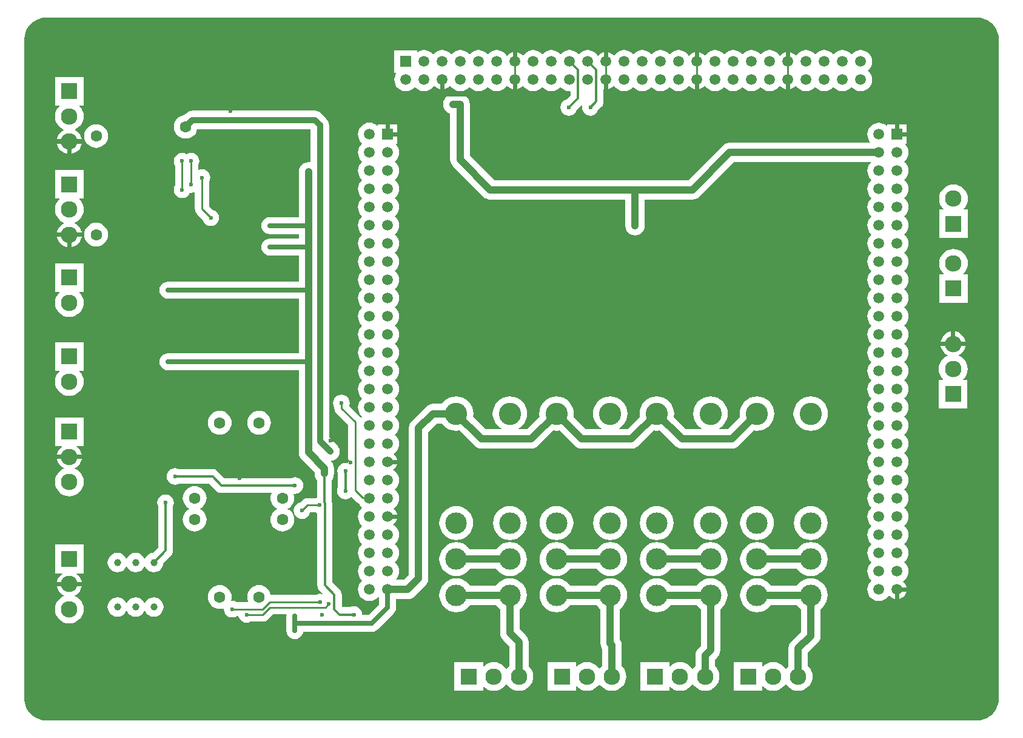
<source format=gbl>
G04*
G04 #@! TF.GenerationSoftware,Altium Limited,Altium Designer,19.1.6 (110)*
G04*
G04 Layer_Physical_Order=2*
G04 Layer_Color=16711680*
%FSLAX44Y44*%
%MOMM*%
G71*
G01*
G75*
%ADD10C,0.2500*%
%ADD12C,0.3500*%
%ADD72C,3.1000*%
%ADD74C,1.6000*%
%ADD78C,1.0000*%
%ADD79C,0.6500*%
%ADD80C,0.8500*%
%ADD81C,2.3000*%
%ADD82R,2.3000X2.3000*%
%ADD83C,1.0000*%
%ADD84R,2.3000X2.3000*%
%ADD85C,3.0000*%
%ADD86C,1.5000*%
%ADD87R,1.5000X1.5000*%
%ADD88R,1.5000X1.5000*%
%ADD89C,6.0000*%
%ADD90C,0.6000*%
G36*
X484740Y479924D02*
X489362Y478815D01*
X493755Y476995D01*
X497808Y474511D01*
X501424Y471423D01*
X504511Y467808D01*
X506995Y463755D01*
X508815Y459362D01*
X509925Y454740D01*
X510146Y451920D01*
X510146Y451920D01*
X510146D01*
X510166Y451902D01*
X510166Y-470000D01*
X510248Y-470625D01*
X509925Y-474740D01*
X508815Y-479362D01*
X506995Y-483755D01*
X504511Y-487808D01*
X501424Y-491424D01*
X497808Y-494511D01*
X493755Y-496995D01*
X489362Y-498815D01*
X484740Y-499925D01*
X481920Y-500146D01*
X481920Y-500146D01*
Y-500146D01*
X481902Y-500166D01*
X-820000Y-500166D01*
X-820625Y-500248D01*
X-824740Y-499925D01*
X-829362Y-498815D01*
X-833755Y-496995D01*
X-837808Y-494511D01*
X-841424Y-491424D01*
X-844511Y-487808D01*
X-846995Y-483755D01*
X-848815Y-479362D01*
X-849924Y-474740D01*
X-850146Y-471920D01*
X-850146Y-471920D01*
X-850146D01*
X-850166Y-471902D01*
X-850166Y450000D01*
X-850248Y450625D01*
X-849924Y454740D01*
X-848815Y459362D01*
X-846995Y463755D01*
X-844511Y467808D01*
X-841424Y471423D01*
X-837808Y474511D01*
X-833755Y476995D01*
X-829362Y478815D01*
X-824740Y479924D01*
X-821920Y480146D01*
X-821920Y480146D01*
Y480146D01*
X-821902Y480166D01*
X480000Y480166D01*
X480625Y480248D01*
X484740Y479924D01*
D02*
G37*
%LPC*%
G36*
X317298Y434971D02*
X314162Y434662D01*
X311146Y433747D01*
X308366Y432262D01*
X305930Y430262D01*
X304848Y428945D01*
X304348D01*
X303267Y430262D01*
X300830Y432262D01*
X298051Y433747D01*
X295035Y434662D01*
X291898Y434971D01*
X288762Y434662D01*
X285746Y433747D01*
X282966Y432262D01*
X280530Y430262D01*
X279448Y428945D01*
X278948D01*
X277867Y430262D01*
X275431Y432262D01*
X272651Y433747D01*
X269635Y434662D01*
X266498Y434971D01*
X263362Y434662D01*
X260346Y433747D01*
X257566Y432262D01*
X255130Y430262D01*
X254048Y428945D01*
X253548D01*
X252467Y430262D01*
X250030Y432262D01*
X247251Y433747D01*
X244235Y434662D01*
X241098Y434971D01*
X237962Y434662D01*
X234946Y433747D01*
X232166Y432262D01*
X229730Y430262D01*
X227731Y427826D01*
X227180Y426797D01*
X226682Y426756D01*
X225327Y428522D01*
X222507Y430686D01*
X219223Y432046D01*
X218698Y432115D01*
Y418894D01*
X212698D01*
Y432115D01*
X212174Y432046D01*
X208890Y430686D01*
X206070Y428522D01*
X204715Y426756D01*
X204216Y426797D01*
X203666Y427826D01*
X201667Y430262D01*
X199230Y432262D01*
X196451Y433747D01*
X193435Y434662D01*
X190298Y434971D01*
X187162Y434662D01*
X184146Y433747D01*
X181366Y432262D01*
X178930Y430262D01*
X177848Y428945D01*
X177348D01*
X176267Y430262D01*
X173831Y432262D01*
X171051Y433747D01*
X168035Y434662D01*
X164898Y434971D01*
X161762Y434662D01*
X158746Y433747D01*
X155966Y432262D01*
X153530Y430262D01*
X152448Y428945D01*
X151948D01*
X150867Y430262D01*
X148431Y432262D01*
X145651Y433747D01*
X142635Y434662D01*
X139498Y434971D01*
X136362Y434662D01*
X133346Y433747D01*
X130566Y432262D01*
X128130Y430262D01*
X127048Y428945D01*
X126548D01*
X125467Y430262D01*
X123031Y432262D01*
X120251Y433747D01*
X117235Y434662D01*
X114098Y434971D01*
X110962Y434662D01*
X107946Y433747D01*
X105166Y432262D01*
X102730Y430262D01*
X100730Y427826D01*
X100180Y426797D01*
X99682Y426756D01*
X98327Y428522D01*
X95507Y430686D01*
X92222Y432046D01*
X91698Y432115D01*
Y418894D01*
X85698D01*
Y432115D01*
X85174Y432046D01*
X81890Y430686D01*
X79070Y428522D01*
X77715Y426756D01*
X77216Y426797D01*
X76666Y427826D01*
X74667Y430262D01*
X72231Y432262D01*
X69451Y433747D01*
X66435Y434662D01*
X63298Y434971D01*
X60162Y434662D01*
X57146Y433747D01*
X54366Y432262D01*
X51930Y430262D01*
X50848Y428945D01*
X50348D01*
X49267Y430262D01*
X46831Y432262D01*
X44051Y433747D01*
X41035Y434662D01*
X37898Y434971D01*
X34762Y434662D01*
X31746Y433747D01*
X28966Y432262D01*
X26530Y430262D01*
X25448Y428945D01*
X24948D01*
X23867Y430262D01*
X21430Y432262D01*
X18651Y433747D01*
X15635Y434662D01*
X12498Y434971D01*
X9362Y434662D01*
X6346Y433747D01*
X3566Y432262D01*
X1130Y430262D01*
X48Y428945D01*
X-452D01*
X-1533Y430262D01*
X-3970Y432262D01*
X-6749Y433747D01*
X-9765Y434662D01*
X-12902Y434971D01*
X-16038Y434662D01*
X-19054Y433747D01*
X-21834Y432262D01*
X-24270Y430262D01*
X-26270Y427826D01*
X-26820Y426797D01*
X-27318Y426756D01*
X-28673Y428522D01*
X-31493Y430686D01*
X-34778Y432046D01*
X-35302Y432115D01*
Y418894D01*
X-41302D01*
Y432115D01*
X-41826Y432046D01*
X-45110Y430686D01*
X-47930Y428522D01*
X-49285Y426756D01*
X-49784Y426797D01*
X-50334Y427826D01*
X-52333Y430262D01*
X-54770Y432262D01*
X-57549Y433747D01*
X-60565Y434662D01*
X-63702Y434971D01*
X-66838Y434662D01*
X-69854Y433747D01*
X-72634Y432262D01*
X-75070Y430262D01*
X-76152Y428945D01*
X-76652D01*
X-77733Y430262D01*
X-80169Y432262D01*
X-82949Y433747D01*
X-85965Y434662D01*
X-89102Y434971D01*
X-92238Y434662D01*
X-95254Y433747D01*
X-98034Y432262D01*
X-100470Y430262D01*
X-101552Y428945D01*
X-102052D01*
X-103133Y430262D01*
X-105569Y432262D01*
X-108349Y433747D01*
X-111365Y434662D01*
X-114502Y434971D01*
X-117638Y434662D01*
X-120654Y433747D01*
X-123434Y432262D01*
X-125870Y430262D01*
X-126952Y428945D01*
X-127452D01*
X-128533Y430262D01*
X-130969Y432262D01*
X-133749Y433747D01*
X-136765Y434662D01*
X-139902Y434971D01*
X-143038Y434662D01*
X-146054Y433747D01*
X-148834Y432262D01*
X-151270Y430262D01*
X-153270Y427826D01*
X-153820Y426797D01*
X-154318Y426756D01*
X-155673Y428522D01*
X-158493Y430686D01*
X-161777Y432046D01*
X-162302Y432115D01*
Y418894D01*
X-168302D01*
Y432115D01*
X-168826Y432046D01*
X-172110Y430686D01*
X-174930Y428522D01*
X-176285Y426756D01*
X-176784Y426797D01*
X-177334Y427826D01*
X-179333Y430262D01*
X-181770Y432262D01*
X-184549Y433747D01*
X-187565Y434662D01*
X-190702Y434971D01*
X-193838Y434662D01*
X-196854Y433747D01*
X-199634Y432262D01*
X-202070Y430262D01*
X-203152Y428945D01*
X-203652D01*
X-204733Y430262D01*
X-207169Y432262D01*
X-209949Y433747D01*
X-212965Y434662D01*
X-216102Y434971D01*
X-219238Y434662D01*
X-222254Y433747D01*
X-225034Y432262D01*
X-227470Y430262D01*
X-228552Y428945D01*
X-229052D01*
X-230133Y430262D01*
X-232570Y432262D01*
X-235349Y433747D01*
X-238365Y434662D01*
X-241502Y434971D01*
X-244638Y434662D01*
X-247654Y433747D01*
X-250434Y432262D01*
X-252870Y430262D01*
X-253952Y428945D01*
X-254452D01*
X-255533Y430262D01*
X-257969Y432262D01*
X-260749Y433747D01*
X-263765Y434662D01*
X-266902Y434971D01*
X-270038Y434662D01*
X-273054Y433747D01*
X-275834Y432262D01*
X-278270Y430262D01*
X-279352Y428945D01*
X-279852D01*
X-280933Y430262D01*
X-283370Y432262D01*
X-286149Y433747D01*
X-289165Y434662D01*
X-292302Y434971D01*
X-295438Y434662D01*
X-298454Y433747D01*
X-301202Y432279D01*
X-301479Y432357D01*
X-301702Y432463D01*
Y434894D01*
X-333702D01*
Y402894D01*
X-331270D01*
X-331165Y402671D01*
X-331087Y402394D01*
X-332555Y399646D01*
X-333470Y396630D01*
X-333779Y393494D01*
X-333470Y390357D01*
X-332555Y387341D01*
X-331069Y384562D01*
X-329070Y382125D01*
X-326634Y380126D01*
X-323854Y378640D01*
X-320838Y377725D01*
X-317702Y377416D01*
X-314565Y377725D01*
X-311549Y378640D01*
X-308769Y380126D01*
X-306333Y382125D01*
X-305252Y383443D01*
X-304752D01*
X-303670Y382125D01*
X-301234Y380126D01*
X-298454Y378640D01*
X-295438Y377725D01*
X-292302Y377416D01*
X-289165Y377725D01*
X-286149Y378640D01*
X-283370Y380126D01*
X-280933Y382125D01*
X-278934Y384562D01*
X-278384Y385591D01*
X-277885Y385632D01*
X-276530Y383866D01*
X-273710Y381702D01*
X-270426Y380341D01*
X-269902Y380272D01*
Y393494D01*
X-263902D01*
Y380272D01*
X-263377Y380341D01*
X-260093Y381702D01*
X-257273Y383866D01*
X-255918Y385632D01*
X-255420Y385591D01*
X-254869Y384562D01*
X-252870Y382125D01*
X-250434Y380126D01*
X-247654Y378640D01*
X-244638Y377725D01*
X-241502Y377416D01*
X-238365Y377725D01*
X-235349Y378640D01*
X-232570Y380126D01*
X-230133Y382125D01*
X-229052Y383443D01*
X-228552D01*
X-227470Y382125D01*
X-225034Y380126D01*
X-222254Y378640D01*
X-219238Y377725D01*
X-216102Y377416D01*
X-212965Y377725D01*
X-209949Y378640D01*
X-207169Y380126D01*
X-204733Y382125D01*
X-203652Y383443D01*
X-203152D01*
X-202070Y382125D01*
X-199634Y380126D01*
X-196854Y378640D01*
X-193838Y377725D01*
X-190702Y377416D01*
X-187565Y377725D01*
X-184549Y378640D01*
X-181770Y380126D01*
X-179333Y382125D01*
X-177334Y384562D01*
X-176784Y385591D01*
X-176285Y385632D01*
X-174930Y383866D01*
X-172110Y381702D01*
X-168826Y380341D01*
X-168302Y380272D01*
Y393494D01*
X-162302D01*
Y380272D01*
X-161777Y380341D01*
X-158493Y381702D01*
X-155673Y383866D01*
X-154318Y385632D01*
X-153820Y385591D01*
X-153270Y384562D01*
X-151270Y382125D01*
X-148834Y380126D01*
X-146054Y378640D01*
X-143038Y377725D01*
X-139902Y377416D01*
X-136765Y377725D01*
X-133749Y378640D01*
X-130969Y380126D01*
X-128533Y382125D01*
X-127452Y383443D01*
X-126952D01*
X-125870Y382125D01*
X-123434Y380126D01*
X-120654Y378640D01*
X-117638Y377725D01*
X-114502Y377416D01*
X-111365Y377725D01*
X-108349Y378640D01*
X-105569Y380126D01*
X-103133Y382125D01*
X-102052Y383443D01*
X-101552D01*
X-100470Y382125D01*
X-98034Y380126D01*
X-95254Y378640D01*
X-92238Y377725D01*
X-89102Y377416D01*
X-88061Y377519D01*
X-87690Y377183D01*
Y371931D01*
X-93710Y365911D01*
X-95800Y365045D01*
X-98202Y363202D01*
X-100045Y360800D01*
X-101204Y358002D01*
X-101599Y355000D01*
X-101204Y351998D01*
X-100045Y349200D01*
X-98202Y346798D01*
X-95800Y344955D01*
X-93002Y343796D01*
X-90000Y343401D01*
X-86998Y343796D01*
X-84200Y344955D01*
X-81798Y346798D01*
X-79955Y349200D01*
X-79089Y351290D01*
X-71281Y359099D01*
X-70865Y358821D01*
X-71204Y358002D01*
X-71599Y355000D01*
X-71204Y351998D01*
X-70045Y349200D01*
X-68202Y346798D01*
X-65800Y344955D01*
X-63002Y343796D01*
X-60000Y343401D01*
X-56998Y343796D01*
X-54200Y344955D01*
X-51798Y346798D01*
X-49955Y349200D01*
X-49089Y351290D01*
X-44641Y355738D01*
X-42998Y357879D01*
X-41965Y360373D01*
X-41613Y363048D01*
Y379934D01*
X-41302Y380207D01*
Y393494D01*
X-35302D01*
Y380272D01*
X-34778Y380341D01*
X-31493Y381702D01*
X-28673Y383866D01*
X-27318Y385632D01*
X-26820Y385591D01*
X-26270Y384562D01*
X-24270Y382125D01*
X-21834Y380126D01*
X-19054Y378640D01*
X-16038Y377725D01*
X-12902Y377416D01*
X-9765Y377725D01*
X-6749Y378640D01*
X-3970Y380126D01*
X-1533Y382125D01*
X-452Y383443D01*
X48D01*
X1130Y382125D01*
X3566Y380126D01*
X6346Y378640D01*
X9362Y377725D01*
X12498Y377416D01*
X15635Y377725D01*
X18651Y378640D01*
X21430Y380126D01*
X23867Y382125D01*
X24948Y383443D01*
X25448D01*
X26530Y382125D01*
X28966Y380126D01*
X31746Y378640D01*
X34762Y377725D01*
X37898Y377416D01*
X41035Y377725D01*
X44051Y378640D01*
X46831Y380126D01*
X49267Y382125D01*
X50348Y383443D01*
X50848D01*
X51930Y382125D01*
X54366Y380126D01*
X57146Y378640D01*
X60162Y377725D01*
X63298Y377416D01*
X66435Y377725D01*
X69451Y378640D01*
X72231Y380126D01*
X74667Y382125D01*
X76666Y384562D01*
X77216Y385591D01*
X77715Y385632D01*
X79070Y383866D01*
X81890Y381702D01*
X85174Y380341D01*
X85698Y380272D01*
Y393494D01*
X91698D01*
Y380272D01*
X92222Y380341D01*
X95507Y381702D01*
X98327Y383866D01*
X99682Y385632D01*
X100180Y385591D01*
X100730Y384562D01*
X102730Y382125D01*
X105166Y380126D01*
X107946Y378640D01*
X110962Y377725D01*
X114098Y377416D01*
X117235Y377725D01*
X120251Y378640D01*
X123031Y380126D01*
X125467Y382125D01*
X126548Y383443D01*
X127048D01*
X128130Y382125D01*
X130566Y380126D01*
X133346Y378640D01*
X136362Y377725D01*
X139498Y377416D01*
X142635Y377725D01*
X145651Y378640D01*
X148431Y380126D01*
X150867Y382125D01*
X151948Y383443D01*
X152448D01*
X153530Y382125D01*
X155966Y380126D01*
X158746Y378640D01*
X161762Y377725D01*
X164898Y377416D01*
X168035Y377725D01*
X171051Y378640D01*
X173831Y380126D01*
X176267Y382125D01*
X177348Y383443D01*
X177848D01*
X178930Y382125D01*
X181366Y380126D01*
X184146Y378640D01*
X187162Y377725D01*
X190298Y377416D01*
X193435Y377725D01*
X196451Y378640D01*
X199230Y380126D01*
X201667Y382125D01*
X203666Y384562D01*
X204216Y385591D01*
X204715Y385632D01*
X206070Y383866D01*
X208890Y381702D01*
X212174Y380341D01*
X212698Y380272D01*
Y393494D01*
X218698D01*
Y380272D01*
X219223Y380341D01*
X222507Y381702D01*
X225327Y383866D01*
X226682Y385632D01*
X227180Y385591D01*
X227731Y384562D01*
X229730Y382125D01*
X232166Y380126D01*
X234946Y378640D01*
X237962Y377725D01*
X241098Y377416D01*
X244235Y377725D01*
X247251Y378640D01*
X250030Y380126D01*
X252467Y382125D01*
X253548Y383443D01*
X254048D01*
X255130Y382125D01*
X257566Y380126D01*
X260346Y378640D01*
X263362Y377725D01*
X266498Y377416D01*
X269635Y377725D01*
X272651Y378640D01*
X275431Y380126D01*
X277867Y382125D01*
X278948Y383443D01*
X279448D01*
X280530Y382125D01*
X282966Y380126D01*
X285746Y378640D01*
X288762Y377725D01*
X291898Y377416D01*
X295035Y377725D01*
X298051Y378640D01*
X300830Y380126D01*
X303267Y382125D01*
X304348Y383443D01*
X304848D01*
X305930Y382125D01*
X308366Y380126D01*
X311146Y378640D01*
X314162Y377725D01*
X317298Y377416D01*
X320435Y377725D01*
X323451Y378640D01*
X326231Y380126D01*
X328667Y382125D01*
X330666Y384562D01*
X332152Y387341D01*
X333067Y390357D01*
X333376Y393494D01*
X333067Y396630D01*
X332152Y399646D01*
X330666Y402426D01*
X328667Y404862D01*
X327349Y405944D01*
Y406444D01*
X328667Y407525D01*
X330666Y409962D01*
X332152Y412741D01*
X333067Y415757D01*
X333376Y418894D01*
X333067Y422030D01*
X332152Y425047D01*
X330666Y427826D01*
X328667Y430262D01*
X326231Y432262D01*
X323451Y433747D01*
X320435Y434662D01*
X317298Y434971D01*
D02*
G37*
G36*
X-329576Y331098D02*
X-340076D01*
Y320598D01*
X-329576D01*
Y331098D01*
D02*
G37*
G36*
X381620Y331000D02*
X371121D01*
Y320500D01*
X381620D01*
Y331000D01*
D02*
G37*
G36*
X-767500Y397503D02*
X-807500D01*
Y357503D01*
X-801489D01*
X-801321Y357032D01*
X-801711Y356712D01*
X-804210Y353666D01*
X-806067Y350192D01*
X-807211Y346422D01*
X-807597Y342501D01*
X-807211Y338581D01*
X-806067Y334811D01*
X-804210Y331336D01*
X-801711Y328291D01*
X-798665Y325791D01*
X-795191Y323934D01*
X-794981Y323871D01*
X-794932Y323373D01*
X-797270Y322124D01*
X-799934Y319937D01*
X-802121Y317272D01*
X-803746Y314232D01*
X-804747Y310933D01*
X-804789Y310502D01*
X-787500D01*
X-770211D01*
X-770253Y310933D01*
X-771254Y314232D01*
X-772879Y317272D01*
X-775066Y319937D01*
X-777730Y322124D01*
X-780068Y323373D01*
X-780019Y323871D01*
X-779809Y323934D01*
X-776335Y325791D01*
X-773289Y328291D01*
X-770790Y331336D01*
X-768933Y334811D01*
X-767789Y338581D01*
X-767403Y342501D01*
X-767789Y346422D01*
X-768933Y350192D01*
X-770790Y353666D01*
X-773289Y356712D01*
X-773679Y357032D01*
X-773511Y357503D01*
X-767500D01*
Y397503D01*
D02*
G37*
G36*
X-750000Y331580D02*
X-753235Y331261D01*
X-756345Y330318D01*
X-759211Y328786D01*
X-761724Y326724D01*
X-763786Y324211D01*
X-765318Y321345D01*
X-766261Y318235D01*
X-766580Y315000D01*
X-766261Y311765D01*
X-765318Y308655D01*
X-763786Y305789D01*
X-761724Y303276D01*
X-759211Y301214D01*
X-756345Y299682D01*
X-753235Y298739D01*
X-750000Y298420D01*
X-746765Y298739D01*
X-743655Y299682D01*
X-740789Y301214D01*
X-738276Y303276D01*
X-736214Y305789D01*
X-734682Y308655D01*
X-733739Y311765D01*
X-733420Y315000D01*
X-733739Y318235D01*
X-734682Y321345D01*
X-736214Y324211D01*
X-738276Y326724D01*
X-740789Y328786D01*
X-743655Y330318D01*
X-746765Y331261D01*
X-750000Y331580D01*
D02*
G37*
G36*
X-790500Y304503D02*
X-804789D01*
X-804747Y304072D01*
X-803746Y300773D01*
X-802121Y297733D01*
X-799934Y295068D01*
X-797270Y292882D01*
X-794229Y291257D01*
X-790931Y290256D01*
X-790500Y290213D01*
Y304503D01*
D02*
G37*
G36*
X-770211D02*
X-784500D01*
Y290213D01*
X-784069Y290256D01*
X-780771Y291257D01*
X-777730Y292882D01*
X-775066Y295068D01*
X-772879Y297733D01*
X-771254Y300773D01*
X-770253Y304072D01*
X-770211Y304503D01*
D02*
G37*
G36*
X-617500Y291599D02*
X-620502Y291204D01*
X-623300Y290045D01*
X-623750Y289700D01*
X-624200Y290045D01*
X-626998Y291204D01*
X-630000Y291599D01*
X-633002Y291204D01*
X-635800Y290045D01*
X-638202Y288202D01*
X-640045Y285800D01*
X-641204Y283002D01*
X-641599Y280000D01*
X-641204Y276998D01*
X-640045Y274200D01*
X-639833Y273924D01*
Y246073D01*
X-640044Y245799D01*
X-641203Y243002D01*
X-641598Y240000D01*
X-641203Y236997D01*
X-640044Y234200D01*
X-638201Y231798D01*
X-635798Y229954D01*
X-633001Y228796D01*
X-629999Y228400D01*
X-626997Y228796D01*
X-624199Y229954D01*
X-621797Y231798D01*
X-619953Y234200D01*
X-619158Y236122D01*
X-617500Y235903D01*
X-614498Y236299D01*
X-612500Y237126D01*
X-612084Y236848D01*
Y213251D01*
X-612084Y213251D01*
X-611917Y211979D01*
X-611749Y210706D01*
X-610767Y208334D01*
X-609204Y206297D01*
X-601249Y198343D01*
X-601204Y197999D01*
X-600045Y195202D01*
X-598202Y192799D01*
X-595800Y190956D01*
X-593002Y189797D01*
X-590000Y189402D01*
X-586998Y189797D01*
X-584200Y190956D01*
X-581798Y192799D01*
X-579955Y195202D01*
X-578796Y197999D01*
X-578401Y201001D01*
X-578796Y204003D01*
X-579955Y206801D01*
X-581798Y209203D01*
X-584200Y211047D01*
X-586998Y212205D01*
X-587342Y212251D01*
X-592416Y217325D01*
Y250924D01*
X-592205Y251199D01*
X-591046Y253996D01*
X-590651Y256998D01*
X-591046Y260000D01*
X-592205Y262798D01*
X-594048Y265200D01*
X-596450Y267044D01*
X-599248Y268202D01*
X-602250Y268598D01*
X-605252Y268202D01*
X-607250Y267375D01*
X-607666Y267653D01*
Y273925D01*
X-607455Y274200D01*
X-606296Y276998D01*
X-605901Y280000D01*
X-606296Y283002D01*
X-607455Y285800D01*
X-609298Y288202D01*
X-611700Y290045D01*
X-614498Y291204D01*
X-617500Y291599D01*
D02*
G37*
G36*
X-445000Y350360D02*
X-615498D01*
X-618827Y349922D01*
X-621928Y348637D01*
X-624592Y346593D01*
X-626782Y344403D01*
X-628234Y344260D01*
X-631345Y343316D01*
X-634211Y341784D01*
X-636724Y339722D01*
X-638786Y337210D01*
X-640318Y334343D01*
X-641261Y331233D01*
X-641580Y327998D01*
X-641261Y324764D01*
X-640318Y321654D01*
X-638786Y318787D01*
X-636724Y316275D01*
X-634211Y314213D01*
X-631345Y312681D01*
X-628234Y311737D01*
X-625000Y311419D01*
X-621765Y311737D01*
X-618655Y312681D01*
X-615789Y314213D01*
X-613276Y316275D01*
X-611214Y318787D01*
X-609682Y321654D01*
X-608776Y324640D01*
X-450360D01*
Y278690D01*
X-450736Y278360D01*
X-453614Y278739D01*
X-457138Y278275D01*
X-460422Y276915D01*
X-463242Y274751D01*
X-465406Y271931D01*
X-466767Y268647D01*
X-467230Y265123D01*
Y256114D01*
Y201851D01*
X-507500D01*
X-510567Y201448D01*
X-513426Y200264D01*
X-515880Y198380D01*
X-517764Y195926D01*
X-518948Y193067D01*
X-519351Y190000D01*
X-518948Y186933D01*
X-517764Y184074D01*
X-515880Y181620D01*
X-513426Y179736D01*
X-510567Y178552D01*
X-507500Y178149D01*
X-467230D01*
Y171851D01*
X-507500D01*
X-510567Y171448D01*
X-513426Y170264D01*
X-515880Y168380D01*
X-517764Y165926D01*
X-518948Y163067D01*
X-519351Y160000D01*
X-518948Y156933D01*
X-517764Y154074D01*
X-515880Y151620D01*
X-513426Y149736D01*
X-510567Y148552D01*
X-507500Y148149D01*
X-467230D01*
Y111851D01*
X-650001D01*
X-653069Y111448D01*
X-655927Y110264D01*
X-658382Y108380D01*
X-660265Y105926D01*
X-661449Y103067D01*
X-661853Y100000D01*
X-661449Y96933D01*
X-660265Y94074D01*
X-658382Y91620D01*
X-655927Y89736D01*
X-653069Y88552D01*
X-650001Y88149D01*
X-467230D01*
Y11851D01*
X-650001D01*
X-653069Y11448D01*
X-655927Y10264D01*
X-658382Y8380D01*
X-660265Y5926D01*
X-661449Y3067D01*
X-661853Y0D01*
X-661449Y-3067D01*
X-660265Y-5926D01*
X-658382Y-8380D01*
X-655927Y-10264D01*
X-653069Y-11448D01*
X-650001Y-11851D01*
X-467230D01*
Y-126386D01*
X-466767Y-129910D01*
X-465406Y-133194D01*
X-463242Y-136014D01*
X-445081Y-154176D01*
Y-156035D01*
X-444617Y-159560D01*
X-443257Y-162844D01*
X-441803Y-164738D01*
Y-189128D01*
X-443800Y-189955D01*
X-444075Y-190166D01*
X-455000D01*
X-455000Y-190166D01*
X-457545Y-190501D01*
X-459917Y-191483D01*
X-461954Y-193046D01*
X-461954Y-193046D01*
X-465158Y-196251D01*
X-465502Y-196296D01*
X-468300Y-197455D01*
X-470702Y-199298D01*
X-472545Y-201700D01*
X-473704Y-204498D01*
X-474099Y-207500D01*
X-473704Y-210502D01*
X-472545Y-213300D01*
X-470702Y-215702D01*
X-468300Y-217545D01*
X-465502Y-218704D01*
X-462500Y-219099D01*
X-459498Y-218704D01*
X-456700Y-217545D01*
X-454298Y-215702D01*
X-452455Y-213300D01*
X-451296Y-210502D01*
X-451251Y-210158D01*
X-450927Y-209834D01*
X-444075D01*
X-443800Y-210045D01*
X-441088Y-211168D01*
Y-311750D01*
X-440736Y-314426D01*
X-439703Y-316919D01*
X-438060Y-319060D01*
X-433401Y-323719D01*
X-433679Y-324135D01*
X-434498Y-323796D01*
X-437500Y-323401D01*
X-440502Y-323796D01*
X-443300Y-324955D01*
X-443575Y-325166D01*
X-506199D01*
X-506239Y-324765D01*
X-507182Y-321654D01*
X-508714Y-318788D01*
X-510776Y-316275D01*
X-513289Y-314214D01*
X-516155Y-312681D01*
X-519265Y-311738D01*
X-522500Y-311419D01*
X-525734Y-311738D01*
X-528845Y-312681D01*
X-531711Y-314214D01*
X-534224Y-316275D01*
X-536286Y-318788D01*
X-537818Y-321654D01*
X-538761Y-324765D01*
X-539080Y-327999D01*
X-538761Y-331234D01*
X-537818Y-334344D01*
X-537608Y-334737D01*
X-537865Y-335166D01*
X-553925D01*
X-554200Y-334955D01*
X-556998Y-333796D01*
X-560000Y-333401D01*
X-561518Y-333601D01*
X-561841Y-333219D01*
X-561239Y-331234D01*
X-560920Y-327999D01*
X-561239Y-324765D01*
X-562182Y-321654D01*
X-563714Y-318788D01*
X-565776Y-316275D01*
X-568289Y-314214D01*
X-571155Y-312681D01*
X-574265Y-311738D01*
X-577500Y-311419D01*
X-580735Y-311738D01*
X-583845Y-312681D01*
X-586711Y-314214D01*
X-589224Y-316275D01*
X-591286Y-318788D01*
X-592818Y-321654D01*
X-593761Y-324765D01*
X-594080Y-327999D01*
X-593761Y-331234D01*
X-592818Y-334344D01*
X-591286Y-337210D01*
X-589224Y-339723D01*
X-586711Y-341785D01*
X-583845Y-343317D01*
X-580735Y-344260D01*
X-577500Y-344579D01*
X-574265Y-344260D01*
X-571828Y-343521D01*
X-571447Y-343845D01*
X-571599Y-345000D01*
X-571204Y-348002D01*
X-570045Y-350800D01*
X-568202Y-353202D01*
X-565800Y-355045D01*
X-563002Y-356204D01*
X-560000Y-356599D01*
X-556998Y-356204D01*
X-554200Y-355045D01*
X-553925Y-354834D01*
X-551291D01*
X-551203Y-355501D01*
X-550044Y-358299D01*
X-548201Y-360701D01*
X-545798Y-362545D01*
X-543001Y-363703D01*
X-539999Y-364099D01*
X-536997Y-363703D01*
X-534199Y-362545D01*
X-533924Y-362333D01*
X-517500D01*
X-517499Y-362333D01*
X-516227Y-362166D01*
X-514954Y-361998D01*
X-512582Y-361016D01*
X-510546Y-359453D01*
X-503427Y-352334D01*
X-484380D01*
X-484050Y-352710D01*
X-484351Y-355000D01*
Y-365000D01*
Y-375000D01*
X-483948Y-378067D01*
X-482764Y-380926D01*
X-480880Y-383380D01*
X-478426Y-385264D01*
X-475567Y-386448D01*
X-472500Y-386851D01*
X-469433Y-386448D01*
X-466574Y-385264D01*
X-464120Y-383380D01*
X-462236Y-380926D01*
X-461052Y-378067D01*
X-460892Y-376851D01*
X-365000D01*
X-361933Y-376448D01*
X-359074Y-375264D01*
X-356620Y-373380D01*
X-334696Y-351456D01*
X-332812Y-349001D01*
X-331628Y-346143D01*
X-331224Y-343076D01*
Y-331018D01*
X-314902D01*
X-311377Y-330554D01*
X-308093Y-329194D01*
X-305273Y-327030D01*
X-290273Y-312030D01*
X-288109Y-309210D01*
X-286749Y-305926D01*
X-286285Y-302402D01*
Y-98042D01*
X-274086Y-85842D01*
X-267171D01*
X-264351Y-89279D01*
X-260697Y-92278D01*
X-256527Y-94506D01*
X-252003Y-95879D01*
X-247298Y-96342D01*
X-242875Y-95906D01*
X-221653Y-117128D01*
X-218832Y-119292D01*
X-215548Y-120653D01*
X-212024Y-121117D01*
X-142572D01*
X-139048Y-120653D01*
X-135764Y-119292D01*
X-132944Y-117128D01*
X-111722Y-95906D01*
X-107298Y-96342D01*
X-102874Y-95906D01*
X-81653Y-117128D01*
X-78833Y-119292D01*
X-75549Y-120653D01*
X-72024Y-121117D01*
X-2573D01*
X952Y-120653D01*
X4236Y-119292D01*
X7056Y-117128D01*
X28278Y-95906D01*
X32702Y-96342D01*
X37125Y-95906D01*
X58347Y-117128D01*
X61167Y-119292D01*
X64451Y-120653D01*
X67976Y-121117D01*
X137428D01*
X140952Y-120653D01*
X144236Y-119292D01*
X147056Y-117128D01*
X168278Y-95906D01*
X172702Y-96342D01*
X177407Y-95879D01*
X181931Y-94506D01*
X186100Y-92278D01*
X189754Y-89279D01*
X192754Y-85624D01*
X194982Y-81455D01*
X196354Y-76931D01*
X196818Y-72226D01*
X196354Y-67521D01*
X194982Y-62997D01*
X192754Y-58828D01*
X189754Y-55173D01*
X186100Y-52174D01*
X181931Y-49946D01*
X177407Y-48573D01*
X172702Y-48110D01*
X167997Y-48573D01*
X163473Y-49946D01*
X159303Y-52174D01*
X155649Y-55173D01*
X152650Y-58828D01*
X150421Y-62997D01*
X149049Y-67521D01*
X148586Y-72226D01*
X149021Y-76650D01*
X131787Y-93883D01*
X119124D01*
X119003Y-93399D01*
X121100Y-92278D01*
X124754Y-89279D01*
X127753Y-85624D01*
X129982Y-81455D01*
X131354Y-76931D01*
X131818Y-72226D01*
X131354Y-67521D01*
X129982Y-62997D01*
X127753Y-58828D01*
X124754Y-55173D01*
X121100Y-52174D01*
X116931Y-49946D01*
X112407Y-48573D01*
X107702Y-48110D01*
X102997Y-48573D01*
X98473Y-49946D01*
X94303Y-52174D01*
X90649Y-55173D01*
X87650Y-58828D01*
X85421Y-62997D01*
X84049Y-67521D01*
X83586Y-72226D01*
X84049Y-76931D01*
X85421Y-81455D01*
X87650Y-85624D01*
X90649Y-89279D01*
X94303Y-92278D01*
X96400Y-93399D01*
X96279Y-93883D01*
X73616D01*
X56382Y-76650D01*
X56818Y-72226D01*
X56354Y-67521D01*
X54982Y-62997D01*
X52754Y-58828D01*
X49754Y-55173D01*
X46100Y-52174D01*
X41930Y-49946D01*
X37406Y-48573D01*
X32702Y-48110D01*
X27997Y-48573D01*
X23473Y-49946D01*
X19303Y-52174D01*
X15649Y-55173D01*
X12650Y-58828D01*
X10421Y-62997D01*
X9049Y-67521D01*
X8586Y-72226D01*
X9021Y-76650D01*
X-8213Y-93883D01*
X-20875D01*
X-20997Y-93399D01*
X-18900Y-92278D01*
X-15246Y-89279D01*
X-12247Y-85624D01*
X-10018Y-81455D01*
X-8646Y-76931D01*
X-8182Y-72226D01*
X-8646Y-67521D01*
X-10018Y-62997D01*
X-12247Y-58828D01*
X-15246Y-55173D01*
X-18900Y-52174D01*
X-23070Y-49946D01*
X-27594Y-48573D01*
X-32298Y-48110D01*
X-37003Y-48573D01*
X-41527Y-49946D01*
X-45697Y-52174D01*
X-49351Y-55173D01*
X-52350Y-58828D01*
X-54579Y-62997D01*
X-55951Y-67521D01*
X-56414Y-72226D01*
X-55951Y-76931D01*
X-54579Y-81455D01*
X-52350Y-85624D01*
X-49351Y-89279D01*
X-45697Y-92278D01*
X-43600Y-93399D01*
X-43721Y-93883D01*
X-66384D01*
X-83618Y-76650D01*
X-83182Y-72226D01*
X-83646Y-67521D01*
X-85018Y-62997D01*
X-87247Y-58828D01*
X-90246Y-55173D01*
X-93900Y-52174D01*
X-98069Y-49946D01*
X-102593Y-48573D01*
X-107298Y-48110D01*
X-112003Y-48573D01*
X-116527Y-49946D01*
X-120697Y-52174D01*
X-124351Y-55173D01*
X-127350Y-58828D01*
X-129579Y-62997D01*
X-130951Y-67521D01*
X-131414Y-72226D01*
X-130979Y-76650D01*
X-148213Y-93883D01*
X-160875D01*
X-160997Y-93399D01*
X-158900Y-92278D01*
X-155246Y-89279D01*
X-152247Y-85624D01*
X-150018Y-81455D01*
X-148646Y-76931D01*
X-148182Y-72226D01*
X-148646Y-67521D01*
X-150018Y-62997D01*
X-152247Y-58828D01*
X-155246Y-55173D01*
X-158900Y-52174D01*
X-163069Y-49946D01*
X-167593Y-48573D01*
X-172298Y-48110D01*
X-177003Y-48573D01*
X-181527Y-49946D01*
X-185697Y-52174D01*
X-189351Y-55173D01*
X-192350Y-58828D01*
X-194579Y-62997D01*
X-195951Y-67521D01*
X-196415Y-72226D01*
X-195951Y-76931D01*
X-194579Y-81455D01*
X-192350Y-85624D01*
X-189351Y-89279D01*
X-185697Y-92278D01*
X-183600Y-93399D01*
X-183721Y-93883D01*
X-206384D01*
X-223618Y-76650D01*
X-223182Y-72226D01*
X-223646Y-67521D01*
X-225018Y-62997D01*
X-227246Y-58828D01*
X-230246Y-55173D01*
X-233900Y-52174D01*
X-238069Y-49946D01*
X-242593Y-48573D01*
X-247298Y-48110D01*
X-252003Y-48573D01*
X-256527Y-49946D01*
X-260697Y-52174D01*
X-264351Y-55173D01*
X-267171Y-58609D01*
X-279726D01*
X-283250Y-59073D01*
X-285174Y-59870D01*
X-286534Y-60434D01*
X-289354Y-62598D01*
X-309530Y-82773D01*
X-311694Y-85593D01*
X-313054Y-88877D01*
X-313518Y-92402D01*
Y-296761D01*
X-320542Y-303785D01*
X-331504D01*
X-331637Y-303285D01*
X-329708Y-300934D01*
X-328222Y-298154D01*
X-327307Y-295138D01*
X-326998Y-292002D01*
X-327307Y-288865D01*
X-328222Y-285849D01*
X-329708Y-283069D01*
X-331707Y-280633D01*
X-333025Y-279552D01*
Y-279052D01*
X-331707Y-277970D01*
X-329708Y-275534D01*
X-328222Y-272754D01*
X-327307Y-269738D01*
X-326998Y-266602D01*
X-327307Y-263465D01*
X-328222Y-260449D01*
X-329708Y-257670D01*
X-331707Y-255233D01*
X-333025Y-254152D01*
Y-253652D01*
X-331707Y-252570D01*
X-329708Y-250134D01*
X-328222Y-247354D01*
X-327307Y-244338D01*
X-326998Y-241202D01*
X-327307Y-238065D01*
X-328222Y-235049D01*
X-329708Y-232269D01*
X-331707Y-229833D01*
X-334144Y-227834D01*
X-335173Y-227284D01*
X-335214Y-226785D01*
X-333447Y-225430D01*
X-331283Y-222610D01*
X-329923Y-219326D01*
X-329854Y-218802D01*
X-343076D01*
Y-212802D01*
X-329854D01*
X-329923Y-212277D01*
X-331283Y-208993D01*
X-333447Y-206173D01*
X-335214Y-204818D01*
X-335173Y-204320D01*
X-334144Y-203769D01*
X-331707Y-201770D01*
X-329708Y-199334D01*
X-328222Y-196554D01*
X-327307Y-193538D01*
X-326998Y-190402D01*
X-327307Y-187265D01*
X-328222Y-184249D01*
X-329708Y-181469D01*
X-331707Y-179033D01*
X-333025Y-177952D01*
Y-177452D01*
X-331707Y-176370D01*
X-329708Y-173934D01*
X-328222Y-171154D01*
X-327307Y-168138D01*
X-326998Y-165002D01*
X-327307Y-161865D01*
X-328222Y-158849D01*
X-329708Y-156069D01*
X-331707Y-153633D01*
X-334144Y-151634D01*
X-335173Y-151084D01*
X-335214Y-150585D01*
X-333447Y-149230D01*
X-331283Y-146410D01*
X-329923Y-143126D01*
X-329854Y-142602D01*
X-343076D01*
Y-136602D01*
X-329854D01*
X-329923Y-136077D01*
X-331283Y-132793D01*
X-333447Y-129973D01*
X-335214Y-128618D01*
X-335173Y-128120D01*
X-334144Y-127570D01*
X-331707Y-125570D01*
X-329708Y-123134D01*
X-328222Y-120354D01*
X-327307Y-117338D01*
X-326998Y-114202D01*
X-327307Y-111065D01*
X-328222Y-108049D01*
X-329708Y-105269D01*
X-331707Y-102833D01*
X-333025Y-101752D01*
Y-101252D01*
X-331707Y-100170D01*
X-329708Y-97734D01*
X-328222Y-94954D01*
X-327307Y-91938D01*
X-326998Y-88802D01*
X-327307Y-85665D01*
X-328222Y-82649D01*
X-329708Y-79869D01*
X-331707Y-77433D01*
X-333025Y-76352D01*
Y-75852D01*
X-331707Y-74770D01*
X-329708Y-72334D01*
X-328222Y-69554D01*
X-327307Y-66538D01*
X-326998Y-63402D01*
X-327307Y-60265D01*
X-328222Y-57249D01*
X-329708Y-54469D01*
X-331707Y-52033D01*
X-333025Y-50952D01*
Y-50452D01*
X-331707Y-49370D01*
X-329708Y-46934D01*
X-328222Y-44154D01*
X-327307Y-41138D01*
X-326998Y-38002D01*
X-327307Y-34865D01*
X-328222Y-31849D01*
X-329708Y-29069D01*
X-331707Y-26633D01*
X-333025Y-25552D01*
Y-25052D01*
X-331707Y-23970D01*
X-329708Y-21534D01*
X-328222Y-18754D01*
X-327307Y-15738D01*
X-326998Y-12602D01*
X-327307Y-9465D01*
X-328222Y-6449D01*
X-329708Y-3670D01*
X-331707Y-1233D01*
X-333025Y-152D01*
Y348D01*
X-331707Y1430D01*
X-329708Y3866D01*
X-328222Y6646D01*
X-327307Y9662D01*
X-326998Y12798D01*
X-327307Y15935D01*
X-328222Y18951D01*
X-329708Y21730D01*
X-331707Y24167D01*
X-333025Y25248D01*
Y25748D01*
X-331707Y26830D01*
X-329708Y29266D01*
X-328222Y32046D01*
X-327307Y35062D01*
X-326998Y38198D01*
X-327307Y41335D01*
X-328222Y44351D01*
X-329708Y47130D01*
X-331707Y49567D01*
X-333025Y50648D01*
Y51148D01*
X-331707Y52230D01*
X-329708Y54666D01*
X-328222Y57446D01*
X-327307Y60462D01*
X-326998Y63598D01*
X-327307Y66735D01*
X-328222Y69751D01*
X-329708Y72530D01*
X-331707Y74967D01*
X-333025Y76048D01*
Y76548D01*
X-331707Y77630D01*
X-329708Y80066D01*
X-328222Y82846D01*
X-327307Y85862D01*
X-326998Y88998D01*
X-327307Y92135D01*
X-328222Y95151D01*
X-329708Y97930D01*
X-331707Y100367D01*
X-333025Y101448D01*
Y101948D01*
X-331707Y103030D01*
X-329708Y105466D01*
X-328222Y108246D01*
X-327307Y111262D01*
X-326998Y114398D01*
X-327307Y117535D01*
X-328222Y120551D01*
X-329708Y123330D01*
X-331707Y125767D01*
X-333025Y126848D01*
Y127348D01*
X-331707Y128430D01*
X-329708Y130866D01*
X-328222Y133646D01*
X-327307Y136662D01*
X-326998Y139798D01*
X-327307Y142935D01*
X-328222Y145951D01*
X-329708Y148730D01*
X-331707Y151167D01*
X-333025Y152248D01*
Y152748D01*
X-331707Y153830D01*
X-329708Y156266D01*
X-328222Y159046D01*
X-327307Y162062D01*
X-326998Y165198D01*
X-327307Y168335D01*
X-328222Y171351D01*
X-329708Y174130D01*
X-331707Y176567D01*
X-333025Y177648D01*
Y178148D01*
X-331707Y179230D01*
X-329708Y181666D01*
X-328222Y184446D01*
X-327307Y187462D01*
X-326998Y190598D01*
X-327307Y193735D01*
X-328222Y196751D01*
X-329708Y199531D01*
X-331707Y201967D01*
X-333025Y203048D01*
Y203548D01*
X-331707Y204630D01*
X-329708Y207066D01*
X-328222Y209846D01*
X-327307Y212862D01*
X-326998Y215998D01*
X-327307Y219135D01*
X-328222Y222151D01*
X-329708Y224930D01*
X-331707Y227367D01*
X-333025Y228448D01*
Y228948D01*
X-331707Y230030D01*
X-329708Y232466D01*
X-328222Y235246D01*
X-327307Y238262D01*
X-326998Y241398D01*
X-327307Y244535D01*
X-328222Y247551D01*
X-329708Y250331D01*
X-331707Y252767D01*
X-333025Y253848D01*
Y254348D01*
X-331707Y255430D01*
X-329708Y257866D01*
X-328222Y260646D01*
X-327307Y263662D01*
X-326998Y266798D01*
X-327307Y269935D01*
X-328222Y272951D01*
X-329708Y275730D01*
X-331707Y278167D01*
X-333025Y279248D01*
Y279748D01*
X-331707Y280830D01*
X-329708Y283266D01*
X-328222Y286046D01*
X-327307Y289062D01*
X-326998Y292198D01*
X-327307Y295335D01*
X-328222Y298351D01*
X-329708Y301131D01*
X-331707Y303567D01*
X-331781Y303628D01*
X-331613Y304098D01*
X-329576D01*
Y314598D01*
X-343076D01*
Y317598D01*
X-346076D01*
Y331098D01*
X-356576D01*
Y329061D01*
X-357047Y328893D01*
X-357107Y328967D01*
X-359544Y330966D01*
X-362323Y332452D01*
X-365339Y333367D01*
X-368476Y333676D01*
X-371612Y333367D01*
X-374628Y332452D01*
X-377408Y330966D01*
X-379844Y328967D01*
X-381844Y326530D01*
X-383329Y323751D01*
X-384244Y320735D01*
X-384553Y317598D01*
X-384244Y314462D01*
X-383329Y311446D01*
X-381844Y308666D01*
X-379844Y306230D01*
X-378526Y305148D01*
Y304648D01*
X-379844Y303567D01*
X-381844Y301131D01*
X-383329Y298351D01*
X-384244Y295335D01*
X-384553Y292198D01*
X-384244Y289062D01*
X-383329Y286046D01*
X-381844Y283266D01*
X-379844Y280830D01*
X-378526Y279748D01*
Y279248D01*
X-379844Y278167D01*
X-381844Y275730D01*
X-383329Y272951D01*
X-384244Y269935D01*
X-384553Y266798D01*
X-384244Y263662D01*
X-383329Y260646D01*
X-381844Y257866D01*
X-379844Y255430D01*
X-378526Y254348D01*
Y253848D01*
X-379844Y252767D01*
X-381844Y250331D01*
X-383329Y247551D01*
X-384244Y244535D01*
X-384553Y241398D01*
X-384244Y238262D01*
X-383329Y235246D01*
X-381844Y232466D01*
X-379844Y230030D01*
X-378526Y228948D01*
Y228448D01*
X-379844Y227367D01*
X-381844Y224930D01*
X-383329Y222151D01*
X-384244Y219135D01*
X-384553Y215998D01*
X-384244Y212862D01*
X-383329Y209846D01*
X-381844Y207066D01*
X-379844Y204630D01*
X-378526Y203548D01*
Y203048D01*
X-379844Y201967D01*
X-381844Y199531D01*
X-383329Y196751D01*
X-384244Y193735D01*
X-384553Y190598D01*
X-384244Y187462D01*
X-383329Y184446D01*
X-381844Y181666D01*
X-379844Y179230D01*
X-378526Y178148D01*
Y177648D01*
X-379844Y176567D01*
X-381844Y174130D01*
X-383329Y171351D01*
X-384244Y168335D01*
X-384553Y165198D01*
X-384244Y162062D01*
X-383329Y159046D01*
X-381844Y156266D01*
X-379844Y153830D01*
X-378526Y152748D01*
Y152248D01*
X-379844Y151167D01*
X-381844Y148730D01*
X-383329Y145951D01*
X-384244Y142935D01*
X-384553Y139798D01*
X-384244Y136662D01*
X-383329Y133646D01*
X-381844Y130866D01*
X-379844Y128430D01*
X-378526Y127348D01*
Y126848D01*
X-379844Y125767D01*
X-381844Y123330D01*
X-383329Y120551D01*
X-384244Y117535D01*
X-384553Y114398D01*
X-384244Y111262D01*
X-383329Y108246D01*
X-381844Y105466D01*
X-379844Y103030D01*
X-378526Y101948D01*
Y101448D01*
X-379844Y100367D01*
X-381844Y97930D01*
X-383329Y95151D01*
X-384244Y92135D01*
X-384553Y88998D01*
X-384244Y85862D01*
X-383329Y82846D01*
X-381844Y80066D01*
X-379844Y77630D01*
X-378526Y76548D01*
Y76048D01*
X-379844Y74967D01*
X-381844Y72530D01*
X-383329Y69751D01*
X-384244Y66735D01*
X-384553Y63598D01*
X-384244Y60462D01*
X-383329Y57446D01*
X-381844Y54666D01*
X-379844Y52230D01*
X-378526Y51148D01*
Y50648D01*
X-379844Y49567D01*
X-381844Y47130D01*
X-383329Y44351D01*
X-384244Y41335D01*
X-384553Y38198D01*
X-384244Y35062D01*
X-383329Y32046D01*
X-381844Y29266D01*
X-379844Y26830D01*
X-378526Y25748D01*
Y25248D01*
X-379844Y24167D01*
X-381844Y21730D01*
X-383329Y18951D01*
X-384244Y15935D01*
X-384553Y12798D01*
X-384244Y9662D01*
X-383329Y6646D01*
X-381844Y3866D01*
X-379844Y1430D01*
X-378526Y348D01*
Y-152D01*
X-379844Y-1233D01*
X-381844Y-3670D01*
X-383329Y-6449D01*
X-384244Y-9465D01*
X-384553Y-12602D01*
X-384244Y-15738D01*
X-383329Y-18754D01*
X-381844Y-21534D01*
X-379844Y-23970D01*
X-378526Y-25052D01*
Y-25552D01*
X-379844Y-26633D01*
X-381844Y-29069D01*
X-383329Y-31849D01*
X-384244Y-34865D01*
X-384553Y-38002D01*
X-384244Y-41138D01*
X-383329Y-44154D01*
X-381844Y-46934D01*
X-379844Y-49370D01*
X-378526Y-50452D01*
Y-50952D01*
X-379844Y-52033D01*
X-381844Y-54469D01*
X-383329Y-57249D01*
X-384244Y-60265D01*
X-384553Y-63402D01*
X-384244Y-66538D01*
X-383329Y-69554D01*
X-381844Y-72334D01*
X-379844Y-74770D01*
X-378526Y-75852D01*
Y-76352D01*
X-379844Y-77433D01*
X-380316Y-78008D01*
X-380816Y-78000D01*
X-381549Y-77043D01*
X-381550Y-77043D01*
X-396822Y-61771D01*
X-396296Y-60502D01*
X-395901Y-57500D01*
X-396296Y-54498D01*
X-397455Y-51700D01*
X-399298Y-49298D01*
X-401700Y-47455D01*
X-404498Y-46296D01*
X-407500Y-45901D01*
X-410502Y-46296D01*
X-413300Y-47455D01*
X-415702Y-49298D01*
X-417545Y-51700D01*
X-418704Y-54498D01*
X-419099Y-57500D01*
X-418704Y-60502D01*
X-417545Y-63300D01*
X-417334Y-63575D01*
Y-65000D01*
X-417334Y-65000D01*
X-417167Y-66273D01*
X-416999Y-67545D01*
X-416017Y-69917D01*
X-414454Y-71954D01*
X-398337Y-88070D01*
Y-140988D01*
X-398837Y-141281D01*
X-401730Y-140901D01*
X-404732Y-141296D01*
X-407529Y-142455D01*
X-409932Y-144298D01*
X-411775Y-146700D01*
X-412934Y-149498D01*
X-413329Y-152500D01*
X-412934Y-155502D01*
X-412338Y-156939D01*
Y-175188D01*
X-413204Y-177278D01*
X-413599Y-180280D01*
X-413204Y-183282D01*
X-412045Y-186080D01*
X-410202Y-188482D01*
X-407800Y-190325D01*
X-405002Y-191484D01*
X-402000Y-191879D01*
X-398998Y-191484D01*
X-396200Y-190325D01*
X-393798Y-188482D01*
X-393650Y-188289D01*
X-393151Y-188256D01*
X-385196Y-196212D01*
X-385196Y-196212D01*
X-383159Y-197775D01*
X-382540Y-198031D01*
X-381844Y-199334D01*
X-379844Y-201770D01*
X-378526Y-202852D01*
Y-203352D01*
X-379844Y-204433D01*
X-381844Y-206870D01*
X-383329Y-209649D01*
X-384244Y-212665D01*
X-384553Y-215802D01*
X-384244Y-218938D01*
X-383329Y-221954D01*
X-381844Y-224734D01*
X-379844Y-227170D01*
X-378526Y-228252D01*
Y-228752D01*
X-379844Y-229833D01*
X-381844Y-232269D01*
X-383329Y-235049D01*
X-384244Y-238065D01*
X-384553Y-241202D01*
X-384244Y-244338D01*
X-383329Y-247354D01*
X-381844Y-250134D01*
X-379844Y-252570D01*
X-378526Y-253652D01*
Y-254152D01*
X-379844Y-255233D01*
X-381844Y-257670D01*
X-383329Y-260449D01*
X-384244Y-263465D01*
X-384553Y-266602D01*
X-384244Y-269738D01*
X-383329Y-272754D01*
X-381844Y-275534D01*
X-379844Y-277970D01*
X-378526Y-279052D01*
Y-279552D01*
X-379844Y-280633D01*
X-381844Y-283069D01*
X-383329Y-285849D01*
X-384244Y-288865D01*
X-384553Y-292002D01*
X-384244Y-295138D01*
X-383329Y-298154D01*
X-381844Y-300934D01*
X-379844Y-303370D01*
X-378526Y-304452D01*
Y-304952D01*
X-379844Y-306033D01*
X-381844Y-308470D01*
X-383329Y-311249D01*
X-384244Y-314265D01*
X-384553Y-317402D01*
X-384244Y-320538D01*
X-383329Y-323554D01*
X-381844Y-326334D01*
X-379844Y-328770D01*
X-377408Y-330770D01*
X-374628Y-332255D01*
X-371612Y-333170D01*
X-368476Y-333479D01*
X-365339Y-333170D01*
X-362323Y-332255D01*
X-359544Y-330770D01*
X-357107Y-328770D01*
X-356026Y-327452D01*
X-355526D01*
X-354927Y-328182D01*
Y-338167D01*
X-369909Y-353149D01*
X-378107D01*
X-378437Y-352773D01*
X-378401Y-352500D01*
X-378796Y-349498D01*
X-379955Y-346700D01*
X-381798Y-344298D01*
X-384200Y-342455D01*
X-386998Y-341296D01*
X-390000Y-340901D01*
X-393002Y-341296D01*
X-395092Y-342162D01*
X-405718D01*
X-407162Y-340718D01*
Y-325000D01*
X-407514Y-322324D01*
X-408547Y-319831D01*
X-410190Y-317690D01*
X-420412Y-307468D01*
Y-196997D01*
X-420764Y-194321D01*
X-421126Y-193447D01*
Y-164738D01*
X-419672Y-162844D01*
X-418312Y-159560D01*
X-417848Y-156035D01*
Y-148535D01*
X-418312Y-145011D01*
X-419109Y-143088D01*
X-419672Y-141727D01*
X-421836Y-138907D01*
X-422248Y-138496D01*
X-422087Y-138022D01*
X-419425Y-137672D01*
X-416323Y-136387D01*
X-413660Y-134343D01*
X-411616Y-131680D01*
X-410331Y-128579D01*
X-409893Y-125250D01*
X-410331Y-121922D01*
X-411616Y-118820D01*
X-413660Y-116157D01*
X-424640Y-105176D01*
Y330000D01*
X-425078Y333328D01*
X-426363Y336430D01*
X-428407Y339093D01*
X-435907Y346593D01*
X-438570Y348637D01*
X-441672Y349922D01*
X-445000Y350360D01*
D02*
G37*
G36*
X-767500Y267502D02*
X-807500D01*
Y227502D01*
X-801489D01*
X-801321Y227032D01*
X-801711Y226712D01*
X-804210Y223666D01*
X-806067Y220192D01*
X-807211Y216422D01*
X-807597Y212501D01*
X-807211Y208581D01*
X-806067Y204811D01*
X-804210Y201336D01*
X-801711Y198291D01*
X-798665Y195791D01*
X-795191Y193934D01*
X-794981Y193871D01*
X-794932Y193373D01*
X-797270Y192124D01*
X-799934Y189937D01*
X-802121Y187272D01*
X-803746Y184232D01*
X-804747Y180933D01*
X-804789Y180502D01*
X-787500D01*
X-770211D01*
X-770253Y180933D01*
X-771254Y184232D01*
X-772879Y187272D01*
X-775066Y189937D01*
X-777730Y192124D01*
X-780068Y193373D01*
X-780019Y193871D01*
X-779809Y193934D01*
X-776335Y195791D01*
X-773289Y198291D01*
X-770790Y201336D01*
X-768933Y204811D01*
X-767789Y208581D01*
X-767403Y212501D01*
X-767789Y216422D01*
X-768933Y220192D01*
X-770790Y223666D01*
X-773289Y226712D01*
X-773679Y227032D01*
X-773511Y227502D01*
X-767500D01*
Y267502D01*
D02*
G37*
G36*
X447000Y247597D02*
X443079Y247211D01*
X439309Y246067D01*
X435835Y244210D01*
X432789Y241710D01*
X430290Y238665D01*
X428433Y235191D01*
X427289Y231421D01*
X426903Y227500D01*
X427289Y223579D01*
X428433Y219809D01*
X430290Y216335D01*
X432789Y213289D01*
X433178Y212971D01*
X433009Y212500D01*
X427000D01*
Y172500D01*
X467000D01*
Y212500D01*
X460991D01*
X460822Y212971D01*
X461211Y213289D01*
X463710Y216335D01*
X465567Y219809D01*
X466711Y223579D01*
X467097Y227500D01*
X466711Y231421D01*
X465567Y235191D01*
X463710Y238665D01*
X461211Y241710D01*
X458165Y244210D01*
X454691Y246067D01*
X450921Y247211D01*
X447000Y247597D01*
D02*
G37*
G36*
X-750000Y194080D02*
X-753235Y193761D01*
X-756345Y192818D01*
X-759211Y191286D01*
X-761724Y189224D01*
X-763786Y186711D01*
X-765318Y183845D01*
X-766261Y180735D01*
X-766580Y177500D01*
X-766261Y174265D01*
X-765318Y171155D01*
X-763786Y168289D01*
X-761724Y165776D01*
X-759211Y163714D01*
X-756345Y162182D01*
X-753235Y161239D01*
X-750000Y160920D01*
X-746765Y161239D01*
X-743655Y162182D01*
X-740789Y163714D01*
X-738276Y165776D01*
X-736214Y168289D01*
X-734682Y171155D01*
X-733739Y174265D01*
X-733420Y177500D01*
X-733739Y180735D01*
X-734682Y183845D01*
X-736214Y186711D01*
X-738276Y189224D01*
X-740789Y191286D01*
X-743655Y192818D01*
X-746765Y193761D01*
X-750000Y194080D01*
D02*
G37*
G36*
X-770211Y174502D02*
X-784500D01*
Y160213D01*
X-784069Y160256D01*
X-780771Y161257D01*
X-777730Y162882D01*
X-775066Y165068D01*
X-772879Y167733D01*
X-771254Y170773D01*
X-770253Y174072D01*
X-770211Y174502D01*
D02*
G37*
G36*
X-790500D02*
X-804789D01*
X-804747Y174072D01*
X-803746Y170773D01*
X-802121Y167733D01*
X-799934Y165068D01*
X-797270Y162882D01*
X-794229Y161257D01*
X-790931Y160256D01*
X-790500Y160213D01*
Y174502D01*
D02*
G37*
G36*
X447000Y157597D02*
X443079Y157211D01*
X439309Y156067D01*
X435835Y154210D01*
X432789Y151711D01*
X430290Y148665D01*
X428433Y145191D01*
X427289Y141421D01*
X426903Y137500D01*
X427289Y133579D01*
X428433Y129809D01*
X430290Y126335D01*
X432789Y123289D01*
X433178Y122971D01*
X433009Y122500D01*
X427000D01*
Y82500D01*
X467000D01*
Y122500D01*
X460991D01*
X460822Y122971D01*
X461211Y123289D01*
X463710Y126335D01*
X465567Y129809D01*
X466711Y133579D01*
X467097Y137500D01*
X466711Y141421D01*
X465567Y145191D01*
X463710Y148665D01*
X461211Y151711D01*
X458165Y154210D01*
X454691Y156067D01*
X450921Y157211D01*
X447000Y157597D01*
D02*
G37*
G36*
X-767497Y137500D02*
X-807497D01*
Y97500D01*
X-801488D01*
X-801320Y97029D01*
X-801708Y96711D01*
X-804207Y93665D01*
X-806065Y90191D01*
X-807208Y86421D01*
X-807594Y82500D01*
X-807208Y78579D01*
X-806065Y74809D01*
X-804207Y71335D01*
X-801708Y68289D01*
X-798663Y65790D01*
X-795188Y63933D01*
X-791418Y62789D01*
X-787497Y62403D01*
X-783577Y62789D01*
X-779807Y63933D01*
X-776332Y65790D01*
X-773287Y68289D01*
X-770788Y71335D01*
X-768931Y74809D01*
X-767787Y78579D01*
X-767401Y82500D01*
X-767787Y86421D01*
X-768931Y90191D01*
X-770788Y93665D01*
X-773287Y96711D01*
X-773675Y97029D01*
X-773507Y97500D01*
X-767497D01*
Y137500D01*
D02*
G37*
G36*
X449500Y42287D02*
Y27997D01*
X463789D01*
X463747Y28428D01*
X462746Y31727D01*
X461121Y34767D01*
X458934Y37432D01*
X456269Y39618D01*
X453229Y41244D01*
X449931Y42244D01*
X449500Y42287D01*
D02*
G37*
G36*
X443500Y42287D02*
X443069Y42244D01*
X439771Y41244D01*
X436730Y39618D01*
X434066Y37432D01*
X431879Y34767D01*
X430254Y31727D01*
X429253Y28428D01*
X429211Y27997D01*
X443500D01*
Y42287D01*
D02*
G37*
G36*
X-767497Y27500D02*
X-807497D01*
Y-12500D01*
X-801488D01*
X-801320Y-12971D01*
X-801708Y-13289D01*
X-804207Y-16335D01*
X-806065Y-19809D01*
X-807208Y-23579D01*
X-807594Y-27500D01*
X-807208Y-31421D01*
X-806065Y-35191D01*
X-804207Y-38665D01*
X-801708Y-41711D01*
X-798663Y-44210D01*
X-795188Y-46067D01*
X-791418Y-47210D01*
X-787497Y-47597D01*
X-783577Y-47210D01*
X-779807Y-46067D01*
X-776332Y-44210D01*
X-773287Y-41711D01*
X-770788Y-38665D01*
X-768931Y-35191D01*
X-767787Y-31421D01*
X-767401Y-27500D01*
X-767787Y-23579D01*
X-768931Y-19809D01*
X-770788Y-16335D01*
X-773287Y-13289D01*
X-773675Y-12971D01*
X-773507Y-12500D01*
X-767497D01*
Y27500D01*
D02*
G37*
G36*
X463789Y21997D02*
X446500D01*
X429211D01*
X429253Y21567D01*
X430254Y18268D01*
X431879Y15228D01*
X434066Y12563D01*
X436730Y10376D01*
X439068Y9127D01*
X439019Y8629D01*
X438809Y8566D01*
X435335Y6709D01*
X432289Y4209D01*
X429790Y1164D01*
X427933Y-2311D01*
X426789Y-6081D01*
X426403Y-10001D01*
X426789Y-13922D01*
X427933Y-17692D01*
X429790Y-21167D01*
X432289Y-24212D01*
X432679Y-24532D01*
X432511Y-25003D01*
X426500D01*
Y-65002D01*
X466500D01*
Y-25003D01*
X460489D01*
X460321Y-24532D01*
X460711Y-24212D01*
X463210Y-21167D01*
X465067Y-17692D01*
X466211Y-13922D01*
X466597Y-10001D01*
X466211Y-6081D01*
X465067Y-2311D01*
X463210Y1164D01*
X460711Y4209D01*
X457665Y6709D01*
X454191Y8566D01*
X453981Y8629D01*
X453932Y9127D01*
X456269Y10376D01*
X458934Y12563D01*
X461121Y15228D01*
X462746Y18268D01*
X463747Y21567D01*
X463789Y21997D01*
D02*
G37*
G36*
X247702Y-48110D02*
X242997Y-48573D01*
X238473Y-49946D01*
X234303Y-52174D01*
X230649Y-55173D01*
X227650Y-58828D01*
X225421Y-62997D01*
X224049Y-67521D01*
X223585Y-72226D01*
X224049Y-76931D01*
X225421Y-81455D01*
X227650Y-85624D01*
X230649Y-89279D01*
X234303Y-92278D01*
X238473Y-94506D01*
X242997Y-95879D01*
X247702Y-96342D01*
X252407Y-95879D01*
X256931Y-94506D01*
X261100Y-92278D01*
X264754Y-89279D01*
X267754Y-85624D01*
X269982Y-81455D01*
X271354Y-76931D01*
X271818Y-72226D01*
X271354Y-67521D01*
X269982Y-62997D01*
X267754Y-58828D01*
X264754Y-55173D01*
X261100Y-52174D01*
X256931Y-49946D01*
X252407Y-48573D01*
X247702Y-48110D01*
D02*
G37*
G36*
X-522500Y-68419D02*
X-525734Y-68738D01*
X-528845Y-69681D01*
X-531711Y-71213D01*
X-534224Y-73275D01*
X-536286Y-75788D01*
X-537818Y-78654D01*
X-538761Y-81765D01*
X-539080Y-84999D01*
X-538761Y-88234D01*
X-537818Y-91344D01*
X-536286Y-94210D01*
X-534224Y-96723D01*
X-531711Y-98785D01*
X-528845Y-100317D01*
X-525734Y-101260D01*
X-522500Y-101579D01*
X-519265Y-101260D01*
X-516155Y-100317D01*
X-513289Y-98785D01*
X-510776Y-96723D01*
X-508714Y-94210D01*
X-507182Y-91344D01*
X-506239Y-88234D01*
X-505920Y-84999D01*
X-506239Y-81765D01*
X-507182Y-78654D01*
X-508714Y-75788D01*
X-510776Y-73275D01*
X-513289Y-71213D01*
X-516155Y-69681D01*
X-519265Y-68738D01*
X-522500Y-68419D01*
D02*
G37*
G36*
X-577500D02*
X-580734Y-68738D01*
X-583845Y-69681D01*
X-586711Y-71213D01*
X-589224Y-73275D01*
X-591286Y-75788D01*
X-592818Y-78654D01*
X-593761Y-81765D01*
X-594080Y-84999D01*
X-593761Y-88234D01*
X-592818Y-91344D01*
X-591286Y-94210D01*
X-589224Y-96723D01*
X-586711Y-98785D01*
X-583845Y-100317D01*
X-580734Y-101260D01*
X-577500Y-101579D01*
X-574265Y-101260D01*
X-571155Y-100317D01*
X-568289Y-98785D01*
X-565776Y-96723D01*
X-563714Y-94210D01*
X-562182Y-91344D01*
X-561239Y-88234D01*
X-560920Y-84999D01*
X-561239Y-81765D01*
X-562182Y-78654D01*
X-563714Y-75788D01*
X-565776Y-73275D01*
X-568289Y-71213D01*
X-571155Y-69681D01*
X-574265Y-68738D01*
X-577500Y-68419D01*
D02*
G37*
G36*
X-767497Y-77499D02*
X-807497D01*
Y-117499D01*
X-797592D01*
X-797413Y-117999D01*
X-799932Y-120066D01*
X-802119Y-122731D01*
X-803744Y-125771D01*
X-804744Y-129070D01*
X-804787Y-129500D01*
X-787498D01*
X-770208D01*
X-770251Y-129070D01*
X-771251Y-125771D01*
X-772876Y-122731D01*
X-775063Y-120066D01*
X-777582Y-117999D01*
X-777403Y-117499D01*
X-767497D01*
Y-77499D01*
D02*
G37*
G36*
X-640000Y-148401D02*
X-643002Y-148796D01*
X-645800Y-149955D01*
X-648202Y-151798D01*
X-650045Y-154200D01*
X-651204Y-156998D01*
X-651599Y-160000D01*
X-651204Y-163002D01*
X-650045Y-165800D01*
X-648202Y-168202D01*
X-645800Y-170045D01*
X-643002Y-171204D01*
X-640000Y-171599D01*
X-636998Y-171204D01*
X-634908Y-170338D01*
X-591782D01*
X-582310Y-179810D01*
X-580169Y-181453D01*
X-577676Y-182486D01*
X-575000Y-182838D01*
X-505368D01*
X-505110Y-183267D01*
X-505318Y-183655D01*
X-506261Y-186765D01*
X-506580Y-190000D01*
X-506261Y-193235D01*
X-505318Y-196345D01*
X-503786Y-199211D01*
X-501724Y-201724D01*
X-499211Y-203786D01*
X-497407Y-204750D01*
Y-205250D01*
X-499211Y-206214D01*
X-501724Y-208276D01*
X-503786Y-210789D01*
X-505318Y-213655D01*
X-506261Y-216765D01*
X-506580Y-220000D01*
X-506261Y-223235D01*
X-505318Y-226345D01*
X-503786Y-229211D01*
X-501724Y-231724D01*
X-499211Y-233786D01*
X-496345Y-235318D01*
X-493235Y-236261D01*
X-490000Y-236580D01*
X-486765Y-236261D01*
X-483655Y-235318D01*
X-480789Y-233786D01*
X-478276Y-231724D01*
X-476214Y-229211D01*
X-474682Y-226345D01*
X-473739Y-223235D01*
X-473420Y-220000D01*
X-473739Y-216765D01*
X-474682Y-213655D01*
X-476214Y-210789D01*
X-478276Y-208276D01*
X-480789Y-206214D01*
X-482593Y-205250D01*
Y-204750D01*
X-480789Y-203786D01*
X-478276Y-201724D01*
X-476214Y-199211D01*
X-474682Y-196345D01*
X-473739Y-193235D01*
X-473420Y-190000D01*
X-473739Y-186765D01*
X-474499Y-184260D01*
X-474175Y-183879D01*
X-472500Y-184099D01*
X-469498Y-183704D01*
X-466700Y-182545D01*
X-464298Y-180702D01*
X-462455Y-178300D01*
X-461296Y-175502D01*
X-460901Y-172500D01*
X-461296Y-169498D01*
X-462455Y-166700D01*
X-464298Y-164298D01*
X-466700Y-162455D01*
X-469498Y-161296D01*
X-472500Y-160901D01*
X-475502Y-161296D01*
X-477592Y-162162D01*
X-570718D01*
X-580190Y-152690D01*
X-582331Y-151047D01*
X-584824Y-150014D01*
X-587500Y-149662D01*
X-634908D01*
X-636998Y-148796D01*
X-640000Y-148401D01*
D02*
G37*
G36*
X-770208Y-135500D02*
X-787498D01*
X-804787D01*
X-804744Y-135931D01*
X-803744Y-139230D01*
X-802119Y-142270D01*
X-799932Y-144935D01*
X-797267Y-147121D01*
X-794930Y-148371D01*
X-794979Y-148868D01*
X-795188Y-148932D01*
X-798663Y-150789D01*
X-801708Y-153288D01*
X-804207Y-156334D01*
X-806065Y-159808D01*
X-807208Y-163578D01*
X-807594Y-167499D01*
X-807208Y-171420D01*
X-806065Y-175190D01*
X-804207Y-178664D01*
X-801708Y-181710D01*
X-798663Y-184209D01*
X-795188Y-186066D01*
X-791418Y-187210D01*
X-787497Y-187596D01*
X-783577Y-187210D01*
X-779807Y-186066D01*
X-776332Y-184209D01*
X-773287Y-181710D01*
X-770788Y-178664D01*
X-768931Y-175190D01*
X-767787Y-171420D01*
X-767401Y-167499D01*
X-767787Y-163578D01*
X-768931Y-159808D01*
X-770788Y-156334D01*
X-773287Y-153288D01*
X-776332Y-150789D01*
X-779807Y-148932D01*
X-780016Y-148868D01*
X-780065Y-148371D01*
X-777728Y-147121D01*
X-775063Y-144935D01*
X-772876Y-142270D01*
X-771251Y-139230D01*
X-770251Y-135931D01*
X-770208Y-135500D01*
D02*
G37*
G36*
X-612500Y-173420D02*
X-615735Y-173739D01*
X-618845Y-174682D01*
X-621711Y-176214D01*
X-624224Y-178276D01*
X-626286Y-180789D01*
X-627818Y-183655D01*
X-628761Y-186765D01*
X-629080Y-190000D01*
X-628761Y-193235D01*
X-627818Y-196345D01*
X-626286Y-199211D01*
X-624224Y-201724D01*
X-621711Y-203786D01*
X-619907Y-204750D01*
Y-205250D01*
X-621711Y-206214D01*
X-624224Y-208276D01*
X-626286Y-210789D01*
X-627818Y-213655D01*
X-628761Y-216765D01*
X-629080Y-220000D01*
X-628761Y-223235D01*
X-627818Y-226345D01*
X-626286Y-229211D01*
X-624224Y-231724D01*
X-621711Y-233786D01*
X-618845Y-235318D01*
X-615735Y-236261D01*
X-612500Y-236580D01*
X-609265Y-236261D01*
X-606155Y-235318D01*
X-603289Y-233786D01*
X-600776Y-231724D01*
X-598714Y-229211D01*
X-597182Y-226345D01*
X-596239Y-223235D01*
X-595920Y-220000D01*
X-596239Y-216765D01*
X-597182Y-213655D01*
X-598714Y-210789D01*
X-600776Y-208276D01*
X-603289Y-206214D01*
X-605093Y-205250D01*
Y-204750D01*
X-603289Y-203786D01*
X-600776Y-201724D01*
X-598714Y-199211D01*
X-597182Y-196345D01*
X-596239Y-193235D01*
X-595920Y-190000D01*
X-596239Y-186765D01*
X-597182Y-183655D01*
X-598714Y-180789D01*
X-600776Y-178276D01*
X-603289Y-176214D01*
X-606155Y-174682D01*
X-609265Y-173739D01*
X-612500Y-173420D01*
D02*
G37*
G36*
X247702Y-201212D02*
X243095Y-201666D01*
X238665Y-203010D01*
X234583Y-205192D01*
X231004Y-208129D01*
X228067Y-211707D01*
X225885Y-215789D01*
X224542Y-220219D01*
X224088Y-224826D01*
X224542Y-229433D01*
X225885Y-233862D01*
X228067Y-237945D01*
X231004Y-241523D01*
X234583Y-244460D01*
X238665Y-246642D01*
X243095Y-247986D01*
X247702Y-248440D01*
X252308Y-247986D01*
X256738Y-246642D01*
X260821Y-244460D01*
X264399Y-241523D01*
X267336Y-237945D01*
X269518Y-233862D01*
X270862Y-229433D01*
X271315Y-224826D01*
X270862Y-220219D01*
X269518Y-215789D01*
X267336Y-211707D01*
X264399Y-208129D01*
X260821Y-205192D01*
X256738Y-203010D01*
X252308Y-201666D01*
X247702Y-201212D01*
D02*
G37*
G36*
X172702D02*
X168095Y-201666D01*
X163665Y-203010D01*
X159583Y-205192D01*
X156004Y-208129D01*
X153068Y-211707D01*
X150885Y-215789D01*
X149542Y-220219D01*
X149088Y-224826D01*
X149542Y-229433D01*
X150885Y-233862D01*
X153068Y-237945D01*
X156004Y-241523D01*
X159583Y-244460D01*
X163665Y-246642D01*
X168095Y-247986D01*
X172702Y-248440D01*
X177308Y-247986D01*
X181738Y-246642D01*
X185821Y-244460D01*
X189399Y-241523D01*
X192336Y-237945D01*
X194518Y-233862D01*
X195862Y-229433D01*
X196315Y-224826D01*
X195862Y-220219D01*
X194518Y-215789D01*
X192336Y-211707D01*
X189399Y-208129D01*
X185821Y-205192D01*
X181738Y-203010D01*
X177308Y-201666D01*
X172702Y-201212D01*
D02*
G37*
G36*
X107702D02*
X103095Y-201666D01*
X98665Y-203010D01*
X94583Y-205192D01*
X91004Y-208129D01*
X88068Y-211707D01*
X85885Y-215789D01*
X84542Y-220219D01*
X84088Y-224826D01*
X84542Y-229433D01*
X85885Y-233862D01*
X88068Y-237945D01*
X91004Y-241523D01*
X94583Y-244460D01*
X98665Y-246642D01*
X103095Y-247986D01*
X107702Y-248440D01*
X112308Y-247986D01*
X116738Y-246642D01*
X120821Y-244460D01*
X124399Y-241523D01*
X127336Y-237945D01*
X129518Y-233862D01*
X130862Y-229433D01*
X131315Y-224826D01*
X130862Y-220219D01*
X129518Y-215789D01*
X127336Y-211707D01*
X124399Y-208129D01*
X120821Y-205192D01*
X116738Y-203010D01*
X112308Y-201666D01*
X107702Y-201212D01*
D02*
G37*
G36*
X32702D02*
X28095Y-201666D01*
X23665Y-203010D01*
X19583Y-205192D01*
X16004Y-208129D01*
X13068Y-211707D01*
X10885Y-215789D01*
X9542Y-220219D01*
X9088Y-224826D01*
X9542Y-229433D01*
X10885Y-233862D01*
X13068Y-237945D01*
X16004Y-241523D01*
X19583Y-244460D01*
X23665Y-246642D01*
X28095Y-247986D01*
X32702Y-248440D01*
X37308Y-247986D01*
X41738Y-246642D01*
X45821Y-244460D01*
X49399Y-241523D01*
X52336Y-237945D01*
X54518Y-233862D01*
X55862Y-229433D01*
X56315Y-224826D01*
X55862Y-220219D01*
X54518Y-215789D01*
X52336Y-211707D01*
X49399Y-208129D01*
X45821Y-205192D01*
X41738Y-203010D01*
X37308Y-201666D01*
X32702Y-201212D01*
D02*
G37*
G36*
X-32298D02*
X-36905Y-201666D01*
X-41335Y-203010D01*
X-45417Y-205192D01*
X-48996Y-208129D01*
X-51933Y-211707D01*
X-54115Y-215789D01*
X-55458Y-220219D01*
X-55912Y-224826D01*
X-55458Y-229433D01*
X-54115Y-233862D01*
X-51933Y-237945D01*
X-48996Y-241523D01*
X-45417Y-244460D01*
X-41335Y-246642D01*
X-36905Y-247986D01*
X-32298Y-248440D01*
X-27692Y-247986D01*
X-23262Y-246642D01*
X-19179Y-244460D01*
X-15601Y-241523D01*
X-12664Y-237945D01*
X-10482Y-233862D01*
X-9138Y-229433D01*
X-8685Y-224826D01*
X-9138Y-220219D01*
X-10482Y-215789D01*
X-12664Y-211707D01*
X-15601Y-208129D01*
X-19179Y-205192D01*
X-23262Y-203010D01*
X-27692Y-201666D01*
X-32298Y-201212D01*
D02*
G37*
G36*
X-107298D02*
X-111905Y-201666D01*
X-116335Y-203010D01*
X-120417Y-205192D01*
X-123996Y-208129D01*
X-126932Y-211707D01*
X-129115Y-215789D01*
X-130458Y-220219D01*
X-130912Y-224826D01*
X-130458Y-229433D01*
X-129115Y-233862D01*
X-126932Y-237945D01*
X-123996Y-241523D01*
X-120417Y-244460D01*
X-116335Y-246642D01*
X-111905Y-247986D01*
X-107298Y-248440D01*
X-102692Y-247986D01*
X-98262Y-246642D01*
X-94179Y-244460D01*
X-90601Y-241523D01*
X-87664Y-237945D01*
X-85482Y-233862D01*
X-84138Y-229433D01*
X-83685Y-224826D01*
X-84138Y-220219D01*
X-85482Y-215789D01*
X-87664Y-211707D01*
X-90601Y-208129D01*
X-94179Y-205192D01*
X-98262Y-203010D01*
X-102692Y-201666D01*
X-107298Y-201212D01*
D02*
G37*
G36*
X-172298D02*
X-176905Y-201666D01*
X-181335Y-203010D01*
X-185417Y-205192D01*
X-188996Y-208129D01*
X-191933Y-211707D01*
X-194115Y-215789D01*
X-195458Y-220219D01*
X-195912Y-224826D01*
X-195458Y-229433D01*
X-194115Y-233862D01*
X-191933Y-237945D01*
X-188996Y-241523D01*
X-185417Y-244460D01*
X-181335Y-246642D01*
X-176905Y-247986D01*
X-172298Y-248440D01*
X-167692Y-247986D01*
X-163262Y-246642D01*
X-159179Y-244460D01*
X-155601Y-241523D01*
X-152664Y-237945D01*
X-150482Y-233862D01*
X-149138Y-229433D01*
X-148685Y-224826D01*
X-149138Y-220219D01*
X-150482Y-215789D01*
X-152664Y-211707D01*
X-155601Y-208129D01*
X-159179Y-205192D01*
X-163262Y-203010D01*
X-167692Y-201666D01*
X-172298Y-201212D01*
D02*
G37*
G36*
X-247298D02*
X-251905Y-201666D01*
X-256335Y-203010D01*
X-260417Y-205192D01*
X-263996Y-208129D01*
X-266933Y-211707D01*
X-269115Y-215789D01*
X-270458Y-220219D01*
X-270912Y-224826D01*
X-270458Y-229433D01*
X-269115Y-233862D01*
X-266933Y-237945D01*
X-263996Y-241523D01*
X-260417Y-244460D01*
X-256335Y-246642D01*
X-251905Y-247986D01*
X-247298Y-248440D01*
X-242692Y-247986D01*
X-238262Y-246642D01*
X-234179Y-244460D01*
X-230601Y-241523D01*
X-227664Y-237945D01*
X-225482Y-233862D01*
X-224138Y-229433D01*
X-223685Y-224826D01*
X-224138Y-220219D01*
X-225482Y-215789D01*
X-227664Y-211707D01*
X-230601Y-208129D01*
X-234179Y-205192D01*
X-238262Y-203010D01*
X-242692Y-201666D01*
X-247298Y-201212D01*
D02*
G37*
G36*
X247702Y-251612D02*
X243095Y-252066D01*
X238665Y-253410D01*
X234583Y-255592D01*
X231004Y-258528D01*
X228476Y-261609D01*
X191928D01*
X189399Y-258528D01*
X185821Y-255592D01*
X181738Y-253410D01*
X177308Y-252066D01*
X172702Y-251612D01*
X168095Y-252066D01*
X163665Y-253410D01*
X159583Y-255592D01*
X156004Y-258528D01*
X153068Y-262107D01*
X150885Y-266189D01*
X149542Y-270619D01*
X149088Y-275226D01*
X149542Y-279833D01*
X150885Y-284263D01*
X153068Y-288345D01*
X156004Y-291923D01*
X159583Y-294860D01*
X163665Y-297042D01*
X168095Y-298386D01*
X172702Y-298840D01*
X177308Y-298386D01*
X181738Y-297042D01*
X185821Y-294860D01*
X189399Y-291923D01*
X191928Y-288842D01*
X228476D01*
X231004Y-291923D01*
X234583Y-294860D01*
X238665Y-297042D01*
X243095Y-298386D01*
X247702Y-298840D01*
X252308Y-298386D01*
X256738Y-297042D01*
X260821Y-294860D01*
X264399Y-291923D01*
X267336Y-288345D01*
X269518Y-284263D01*
X270862Y-279833D01*
X271315Y-275226D01*
X270862Y-270619D01*
X269518Y-266189D01*
X267336Y-262107D01*
X264399Y-258528D01*
X260821Y-255592D01*
X256738Y-253410D01*
X252308Y-252066D01*
X247702Y-251612D01*
D02*
G37*
G36*
X107702D02*
X103095Y-252066D01*
X98665Y-253410D01*
X94583Y-255592D01*
X91004Y-258528D01*
X88476Y-261609D01*
X51927D01*
X49399Y-258528D01*
X45821Y-255592D01*
X41738Y-253410D01*
X37308Y-252066D01*
X32702Y-251612D01*
X28095Y-252066D01*
X23665Y-253410D01*
X19583Y-255592D01*
X16004Y-258528D01*
X13068Y-262107D01*
X10885Y-266189D01*
X9542Y-270619D01*
X9088Y-275226D01*
X9542Y-279833D01*
X10885Y-284263D01*
X13068Y-288345D01*
X16004Y-291923D01*
X19583Y-294860D01*
X23665Y-297042D01*
X28095Y-298386D01*
X32702Y-298840D01*
X37308Y-298386D01*
X41738Y-297042D01*
X45821Y-294860D01*
X49399Y-291923D01*
X51927Y-288842D01*
X88476D01*
X91004Y-291923D01*
X94583Y-294860D01*
X98665Y-297042D01*
X103095Y-298386D01*
X107702Y-298840D01*
X112308Y-298386D01*
X116738Y-297042D01*
X120821Y-294860D01*
X124399Y-291923D01*
X127336Y-288345D01*
X129518Y-284263D01*
X130862Y-279833D01*
X131315Y-275226D01*
X130862Y-270619D01*
X129518Y-266189D01*
X127336Y-262107D01*
X124399Y-258528D01*
X120821Y-255592D01*
X116738Y-253410D01*
X112308Y-252066D01*
X107702Y-251612D01*
D02*
G37*
G36*
X-32298D02*
X-36905Y-252066D01*
X-41335Y-253410D01*
X-45417Y-255592D01*
X-48996Y-258528D01*
X-51524Y-261609D01*
X-88073D01*
X-90601Y-258528D01*
X-94179Y-255592D01*
X-98262Y-253410D01*
X-102692Y-252066D01*
X-107298Y-251612D01*
X-111905Y-252066D01*
X-116335Y-253410D01*
X-120417Y-255592D01*
X-123996Y-258528D01*
X-126932Y-262107D01*
X-129115Y-266189D01*
X-130458Y-270619D01*
X-130912Y-275226D01*
X-130458Y-279833D01*
X-129115Y-284263D01*
X-126932Y-288345D01*
X-123996Y-291923D01*
X-120417Y-294860D01*
X-116335Y-297042D01*
X-111905Y-298386D01*
X-107298Y-298840D01*
X-102692Y-298386D01*
X-98262Y-297042D01*
X-94179Y-294860D01*
X-90601Y-291923D01*
X-88073Y-288842D01*
X-51524D01*
X-48996Y-291923D01*
X-45417Y-294860D01*
X-41335Y-297042D01*
X-36905Y-298386D01*
X-32298Y-298840D01*
X-27692Y-298386D01*
X-23262Y-297042D01*
X-19179Y-294860D01*
X-15601Y-291923D01*
X-12664Y-288345D01*
X-10482Y-284263D01*
X-9138Y-279833D01*
X-8685Y-275226D01*
X-9138Y-270619D01*
X-10482Y-266189D01*
X-12664Y-262107D01*
X-15601Y-258528D01*
X-19179Y-255592D01*
X-23262Y-253410D01*
X-27692Y-252066D01*
X-32298Y-251612D01*
D02*
G37*
G36*
X-172298D02*
X-176905Y-252066D01*
X-181335Y-253410D01*
X-185417Y-255592D01*
X-188996Y-258528D01*
X-191524Y-261609D01*
X-228072D01*
X-230601Y-258528D01*
X-234179Y-255592D01*
X-238262Y-253410D01*
X-242692Y-252066D01*
X-247298Y-251612D01*
X-251905Y-252066D01*
X-256335Y-253410D01*
X-260417Y-255592D01*
X-263996Y-258528D01*
X-266933Y-262107D01*
X-269115Y-266189D01*
X-270458Y-270619D01*
X-270912Y-275226D01*
X-270458Y-279833D01*
X-269115Y-284263D01*
X-266933Y-288345D01*
X-263996Y-291923D01*
X-260417Y-294860D01*
X-256335Y-297042D01*
X-251905Y-298386D01*
X-247298Y-298840D01*
X-242692Y-298386D01*
X-238262Y-297042D01*
X-234179Y-294860D01*
X-230601Y-291923D01*
X-228072Y-288842D01*
X-191524D01*
X-188996Y-291923D01*
X-185417Y-294860D01*
X-181335Y-297042D01*
X-176905Y-298386D01*
X-172298Y-298840D01*
X-167692Y-298386D01*
X-163262Y-297042D01*
X-159179Y-294860D01*
X-155601Y-291923D01*
X-152664Y-288345D01*
X-150482Y-284263D01*
X-149138Y-279833D01*
X-148685Y-275226D01*
X-149138Y-270619D01*
X-150482Y-266189D01*
X-152664Y-262107D01*
X-155601Y-258528D01*
X-159179Y-255592D01*
X-163262Y-253410D01*
X-167692Y-252066D01*
X-172298Y-251612D01*
D02*
G37*
G36*
X-652993Y-184901D02*
X-655995Y-185296D01*
X-658793Y-186455D01*
X-661195Y-188298D01*
X-663039Y-190700D01*
X-664197Y-193498D01*
X-664593Y-196500D01*
X-664197Y-199502D01*
X-663332Y-201592D01*
Y-259111D01*
X-670754Y-266533D01*
X-673122Y-266845D01*
X-676406Y-268205D01*
X-679226Y-270369D01*
X-681390Y-273189D01*
X-682048Y-274777D01*
X-682548D01*
X-683205Y-273189D01*
X-685369Y-270369D01*
X-688189Y-268205D01*
X-691473Y-266845D01*
X-694997Y-266381D01*
X-698522Y-266845D01*
X-701806Y-268205D01*
X-704626Y-270369D01*
X-706790Y-273189D01*
X-707448Y-274777D01*
X-707947D01*
X-708605Y-273189D01*
X-710769Y-270369D01*
X-713589Y-268205D01*
X-716873Y-266845D01*
X-720397Y-266381D01*
X-723922Y-266845D01*
X-727206Y-268205D01*
X-730026Y-270369D01*
X-732190Y-273189D01*
X-733550Y-276473D01*
X-734014Y-279998D01*
X-733550Y-283522D01*
X-732190Y-286806D01*
X-730026Y-289626D01*
X-727206Y-291790D01*
X-723922Y-293150D01*
X-720397Y-293614D01*
X-716873Y-293150D01*
X-713589Y-291790D01*
X-710769Y-289626D01*
X-708605Y-286806D01*
X-707947Y-285218D01*
X-707448D01*
X-706790Y-286806D01*
X-704626Y-289626D01*
X-701806Y-291790D01*
X-698522Y-293150D01*
X-694997Y-293614D01*
X-691473Y-293150D01*
X-688189Y-291790D01*
X-685369Y-289626D01*
X-683205Y-286806D01*
X-682548Y-285218D01*
X-682048D01*
X-681390Y-286806D01*
X-679226Y-289626D01*
X-676406Y-291790D01*
X-673122Y-293150D01*
X-669597Y-293614D01*
X-666073Y-293150D01*
X-662789Y-291790D01*
X-659969Y-289626D01*
X-657805Y-286806D01*
X-656445Y-283522D01*
X-656133Y-281154D01*
X-645683Y-270704D01*
X-644040Y-268563D01*
X-643007Y-266069D01*
X-642655Y-263393D01*
Y-201592D01*
X-641789Y-199502D01*
X-641394Y-196500D01*
X-641789Y-193498D01*
X-642948Y-190700D01*
X-644791Y-188298D01*
X-647194Y-186455D01*
X-649991Y-185296D01*
X-652993Y-184901D01*
D02*
G37*
G36*
X-767497Y-254996D02*
X-807497D01*
Y-294996D01*
X-797592D01*
X-797413Y-295496D01*
X-799932Y-297563D01*
X-802119Y-300228D01*
X-803744Y-303268D01*
X-804744Y-306567D01*
X-804787Y-306998D01*
X-787498D01*
X-770208D01*
X-770251Y-306567D01*
X-771251Y-303268D01*
X-772876Y-300228D01*
X-775063Y-297563D01*
X-777582Y-295496D01*
X-777403Y-294996D01*
X-767497D01*
Y-254996D01*
D02*
G37*
G36*
X247702Y-302012D02*
X243095Y-302466D01*
X238665Y-303810D01*
X234583Y-305992D01*
X231004Y-308929D01*
X228476Y-312009D01*
X191928D01*
X189399Y-308929D01*
X185821Y-305992D01*
X181738Y-303810D01*
X177308Y-302466D01*
X172702Y-302012D01*
X168095Y-302466D01*
X163665Y-303810D01*
X159583Y-305992D01*
X156004Y-308929D01*
X153068Y-312507D01*
X150885Y-316589D01*
X149542Y-321019D01*
X149088Y-325626D01*
X149542Y-330233D01*
X150885Y-334663D01*
X153068Y-338745D01*
X156004Y-342323D01*
X159583Y-345260D01*
X163665Y-347442D01*
X168095Y-348786D01*
X172702Y-349240D01*
X177308Y-348786D01*
X181738Y-347442D01*
X185821Y-345260D01*
X189399Y-342323D01*
X191928Y-339242D01*
X228476D01*
X231004Y-342323D01*
X234085Y-344852D01*
Y-376658D01*
X220572Y-390171D01*
X218408Y-392991D01*
X217048Y-396275D01*
X216584Y-399800D01*
Y-424228D01*
X215990Y-424715D01*
X213490Y-427761D01*
X212951Y-428770D01*
X212451D01*
X211912Y-427761D01*
X209412Y-424715D01*
X206367Y-422216D01*
X202892Y-420359D01*
X199122Y-419215D01*
X195202Y-418829D01*
X191281Y-419215D01*
X187511Y-420359D01*
X184037Y-422216D01*
X180991Y-424715D01*
X180671Y-425105D01*
X180201Y-424937D01*
Y-418926D01*
X140200D01*
Y-458926D01*
X180201D01*
Y-452915D01*
X180671Y-452747D01*
X180991Y-453136D01*
X184037Y-455636D01*
X187511Y-457493D01*
X191281Y-458637D01*
X195202Y-459023D01*
X199122Y-458637D01*
X202892Y-457493D01*
X206367Y-455636D01*
X209412Y-453136D01*
X211912Y-450091D01*
X212451Y-449082D01*
X212951D01*
X213490Y-450091D01*
X215990Y-453136D01*
X219035Y-455636D01*
X222510Y-457493D01*
X226280Y-458637D01*
X230200Y-459023D01*
X234121Y-458637D01*
X237891Y-457493D01*
X241366Y-455636D01*
X244411Y-453136D01*
X246910Y-450091D01*
X248767Y-446617D01*
X249911Y-442847D01*
X250297Y-438926D01*
X249911Y-435005D01*
X248767Y-431235D01*
X246910Y-427761D01*
X244411Y-424715D01*
X243817Y-424228D01*
Y-405440D01*
X257330Y-391927D01*
X259494Y-389107D01*
X260057Y-387746D01*
X260854Y-385823D01*
X261318Y-382298D01*
Y-344852D01*
X264399Y-342323D01*
X267336Y-338745D01*
X269518Y-334663D01*
X270862Y-330233D01*
X271315Y-325626D01*
X270862Y-321019D01*
X269518Y-316589D01*
X267336Y-312507D01*
X264399Y-308929D01*
X260821Y-305992D01*
X256738Y-303810D01*
X252308Y-302466D01*
X247702Y-302012D01*
D02*
G37*
G36*
X107702D02*
X103095Y-302466D01*
X98665Y-303810D01*
X94583Y-305992D01*
X91004Y-308929D01*
X88476Y-312009D01*
X51927D01*
X49399Y-308929D01*
X45821Y-305992D01*
X41738Y-303810D01*
X37308Y-302466D01*
X32702Y-302012D01*
X28095Y-302466D01*
X23665Y-303810D01*
X19583Y-305992D01*
X16004Y-308929D01*
X13068Y-312507D01*
X10885Y-316589D01*
X9542Y-321019D01*
X9088Y-325626D01*
X9542Y-330233D01*
X10885Y-334663D01*
X13068Y-338745D01*
X16004Y-342323D01*
X19583Y-345260D01*
X23665Y-347442D01*
X28095Y-348786D01*
X32702Y-349240D01*
X37308Y-348786D01*
X41738Y-347442D01*
X45821Y-345260D01*
X49399Y-342323D01*
X51927Y-339242D01*
X88476D01*
X91004Y-342323D01*
X94085Y-344852D01*
Y-396658D01*
X90571Y-400173D01*
X88407Y-402993D01*
X87046Y-406277D01*
X86583Y-409801D01*
Y-424228D01*
X85989Y-424715D01*
X83489Y-427761D01*
X82950Y-428770D01*
X82450D01*
X81910Y-427761D01*
X79411Y-424715D01*
X76366Y-422216D01*
X72891Y-420359D01*
X69121Y-419215D01*
X65200Y-418829D01*
X61280Y-419215D01*
X57510Y-420359D01*
X54035Y-422216D01*
X50990Y-424715D01*
X50670Y-425105D01*
X50199Y-424937D01*
Y-418926D01*
X10199D01*
Y-458926D01*
X50199D01*
Y-452915D01*
X50670Y-452747D01*
X50990Y-453136D01*
X54035Y-455636D01*
X57510Y-457493D01*
X61280Y-458637D01*
X65200Y-459023D01*
X69121Y-458637D01*
X72891Y-457493D01*
X76366Y-455636D01*
X79411Y-453136D01*
X81910Y-450091D01*
X82450Y-449082D01*
X82950D01*
X83489Y-450091D01*
X85989Y-453136D01*
X89034Y-455636D01*
X92508Y-457493D01*
X96278Y-458637D01*
X100199Y-459023D01*
X104120Y-458637D01*
X107890Y-457493D01*
X111364Y-455636D01*
X114410Y-453136D01*
X116909Y-450091D01*
X118766Y-446617D01*
X119910Y-442847D01*
X120296Y-438926D01*
X119910Y-435005D01*
X118766Y-431235D01*
X116909Y-427761D01*
X114410Y-424715D01*
X113815Y-424228D01*
Y-415441D01*
X117330Y-411927D01*
X119494Y-409107D01*
X120854Y-405823D01*
X121318Y-402298D01*
Y-344852D01*
X124399Y-342323D01*
X127336Y-338745D01*
X129518Y-334663D01*
X130862Y-330233D01*
X131315Y-325626D01*
X130862Y-321019D01*
X129518Y-316589D01*
X127336Y-312507D01*
X124399Y-308929D01*
X120821Y-305992D01*
X116738Y-303810D01*
X112308Y-302466D01*
X107702Y-302012D01*
D02*
G37*
G36*
X-32298D02*
X-36905Y-302466D01*
X-41335Y-303810D01*
X-45417Y-305992D01*
X-48996Y-308929D01*
X-51524Y-312009D01*
X-88073D01*
X-90601Y-308929D01*
X-94179Y-305992D01*
X-98262Y-303810D01*
X-102692Y-302466D01*
X-107298Y-302012D01*
X-111905Y-302466D01*
X-116335Y-303810D01*
X-120417Y-305992D01*
X-123996Y-308929D01*
X-126932Y-312507D01*
X-129115Y-316589D01*
X-130458Y-321019D01*
X-130912Y-325626D01*
X-130458Y-330233D01*
X-129115Y-334663D01*
X-126932Y-338745D01*
X-123996Y-342323D01*
X-120417Y-345260D01*
X-116335Y-347442D01*
X-111905Y-348786D01*
X-107298Y-349240D01*
X-102692Y-348786D01*
X-98262Y-347442D01*
X-94179Y-345260D01*
X-90601Y-342323D01*
X-88073Y-339242D01*
X-51524D01*
X-48996Y-342323D01*
X-45915Y-344852D01*
Y-392479D01*
X-45451Y-396003D01*
X-44091Y-399287D01*
X-43416Y-400166D01*
Y-424228D01*
X-44010Y-424715D01*
X-46510Y-427761D01*
X-47049Y-428770D01*
X-47549D01*
X-48088Y-427761D01*
X-50588Y-424715D01*
X-53633Y-422216D01*
X-57108Y-420359D01*
X-60878Y-419215D01*
X-64798Y-418829D01*
X-68719Y-419215D01*
X-72489Y-420359D01*
X-75964Y-422216D01*
X-79009Y-424715D01*
X-79329Y-425105D01*
X-79799Y-424937D01*
Y-418926D01*
X-119800D01*
Y-458926D01*
X-79799D01*
Y-452915D01*
X-79329Y-452747D01*
X-79009Y-453136D01*
X-75964Y-455636D01*
X-72489Y-457493D01*
X-68719Y-458637D01*
X-64798Y-459023D01*
X-60878Y-458637D01*
X-57108Y-457493D01*
X-53633Y-455636D01*
X-50588Y-453136D01*
X-48088Y-450091D01*
X-47549Y-449082D01*
X-47049D01*
X-46510Y-450091D01*
X-44010Y-453136D01*
X-40965Y-455636D01*
X-37490Y-457493D01*
X-33720Y-458637D01*
X-29800Y-459023D01*
X-25879Y-458637D01*
X-22109Y-457493D01*
X-18635Y-455636D01*
X-15589Y-453136D01*
X-13090Y-450091D01*
X-11233Y-446617D01*
X-10089Y-442847D01*
X-9703Y-438926D01*
X-10089Y-435005D01*
X-11233Y-431235D01*
X-13090Y-427761D01*
X-15589Y-424715D01*
X-16183Y-424228D01*
Y-394978D01*
X-16647Y-391454D01*
X-18008Y-388170D01*
X-18682Y-387291D01*
Y-344852D01*
X-15601Y-342323D01*
X-12664Y-338745D01*
X-10482Y-334663D01*
X-9138Y-330233D01*
X-8685Y-325626D01*
X-9138Y-321019D01*
X-10482Y-316589D01*
X-12664Y-312507D01*
X-15601Y-308929D01*
X-19179Y-305992D01*
X-23262Y-303810D01*
X-27692Y-302466D01*
X-32298Y-302012D01*
D02*
G37*
G36*
X-172298D02*
X-176905Y-302466D01*
X-181335Y-303810D01*
X-185417Y-305992D01*
X-188996Y-308929D01*
X-191524Y-312009D01*
X-228072D01*
X-230601Y-308929D01*
X-234179Y-305992D01*
X-238262Y-303810D01*
X-242692Y-302466D01*
X-247298Y-302012D01*
X-251905Y-302466D01*
X-256335Y-303810D01*
X-260417Y-305992D01*
X-263996Y-308929D01*
X-266933Y-312507D01*
X-269115Y-316589D01*
X-270458Y-321019D01*
X-270912Y-325626D01*
X-270458Y-330233D01*
X-269115Y-334663D01*
X-266933Y-338745D01*
X-263996Y-342323D01*
X-260417Y-345260D01*
X-256335Y-347442D01*
X-251905Y-348786D01*
X-247298Y-349240D01*
X-242692Y-348786D01*
X-238262Y-347442D01*
X-234179Y-345260D01*
X-230601Y-342323D01*
X-228072Y-339242D01*
X-191524D01*
X-188996Y-342323D01*
X-185915Y-344852D01*
Y-378426D01*
X-185451Y-381950D01*
X-184091Y-385234D01*
X-181927Y-388054D01*
X-173417Y-396563D01*
Y-424228D01*
X-174011Y-424715D01*
X-176511Y-427761D01*
X-177050Y-428770D01*
X-177550D01*
X-178090Y-427761D01*
X-180589Y-424715D01*
X-183634Y-422216D01*
X-187109Y-420359D01*
X-190879Y-419215D01*
X-194800Y-418829D01*
X-198720Y-419215D01*
X-202490Y-420359D01*
X-205965Y-422216D01*
X-209010Y-424715D01*
X-209330Y-425105D01*
X-209801Y-424937D01*
Y-418926D01*
X-249801D01*
Y-458926D01*
X-209801D01*
Y-452915D01*
X-209330Y-452747D01*
X-209010Y-453136D01*
X-205965Y-455636D01*
X-202490Y-457493D01*
X-198720Y-458637D01*
X-194800Y-459023D01*
X-190879Y-458637D01*
X-187109Y-457493D01*
X-183634Y-455636D01*
X-180589Y-453136D01*
X-178090Y-450091D01*
X-177550Y-449082D01*
X-177050D01*
X-176511Y-450091D01*
X-174011Y-453136D01*
X-170966Y-455636D01*
X-167492Y-457493D01*
X-163722Y-458637D01*
X-159801Y-459023D01*
X-155880Y-458637D01*
X-152110Y-457493D01*
X-148636Y-455636D01*
X-145590Y-453136D01*
X-143091Y-450091D01*
X-141234Y-446617D01*
X-140090Y-442847D01*
X-139704Y-438926D01*
X-140090Y-435005D01*
X-141234Y-431235D01*
X-143091Y-427761D01*
X-145590Y-424715D01*
X-146185Y-424228D01*
Y-390923D01*
X-146648Y-387399D01*
X-147445Y-385475D01*
X-148009Y-384115D01*
X-150173Y-381295D01*
X-158682Y-372786D01*
Y-344852D01*
X-155601Y-342323D01*
X-152664Y-338745D01*
X-150482Y-334663D01*
X-149138Y-330233D01*
X-148685Y-325626D01*
X-149138Y-321019D01*
X-150482Y-316589D01*
X-152664Y-312507D01*
X-155601Y-308929D01*
X-159179Y-305992D01*
X-163262Y-303810D01*
X-167692Y-302466D01*
X-172298Y-302012D01*
D02*
G37*
G36*
X381342Y-320500D02*
X371121D01*
Y-330722D01*
X371645Y-330653D01*
X374929Y-329292D01*
X377749Y-327128D01*
X379913Y-324308D01*
X381273Y-321024D01*
X381342Y-320500D01*
D02*
G37*
G36*
X-252002Y373118D02*
X-255526Y372654D01*
X-258810Y371294D01*
X-261630Y369130D01*
X-263794Y366310D01*
X-265154Y363026D01*
X-265618Y359502D01*
X-265154Y355977D01*
X-263794Y352693D01*
X-261630Y349873D01*
X-258810Y347709D01*
X-255618Y346387D01*
Y282002D01*
X-255154Y278477D01*
X-253794Y275193D01*
X-251630Y272373D01*
X-209628Y230372D01*
X-206808Y228208D01*
X-205448Y227644D01*
X-203524Y226847D01*
X-201653Y226601D01*
X-200000Y226383D01*
X-11116D01*
Y190000D01*
X-10653Y186476D01*
X-9292Y183192D01*
X-7128Y180372D01*
X-4308Y178208D01*
X-1024Y176847D01*
X2500Y176383D01*
X6024Y176847D01*
X9308Y178208D01*
X12128Y180372D01*
X14292Y183192D01*
X15653Y186476D01*
X16116Y190000D01*
Y226383D01*
X82500D01*
X86024Y226847D01*
X89308Y228208D01*
X92128Y230372D01*
X140240Y278484D01*
X331149D01*
X331282Y277983D01*
X329353Y275632D01*
X327867Y272853D01*
X326952Y269837D01*
X326643Y266700D01*
X326952Y263563D01*
X327867Y260547D01*
X329353Y257768D01*
X331352Y255331D01*
X332670Y254250D01*
Y253750D01*
X331352Y252668D01*
X329353Y250232D01*
X327867Y247453D01*
X326952Y244436D01*
X326643Y241300D01*
X326952Y238164D01*
X327867Y235147D01*
X329353Y232368D01*
X331352Y229932D01*
X332670Y228850D01*
Y228350D01*
X331352Y227269D01*
X329353Y224832D01*
X327867Y222053D01*
X326952Y219037D01*
X326643Y215900D01*
X326952Y212764D01*
X327867Y209747D01*
X329353Y206968D01*
X331352Y204531D01*
X332670Y203450D01*
Y202950D01*
X331352Y201868D01*
X329353Y199432D01*
X327867Y196653D01*
X326952Y193636D01*
X326643Y190500D01*
X326952Y187363D01*
X327867Y184347D01*
X329353Y181568D01*
X331352Y179132D01*
X332670Y178050D01*
Y177550D01*
X331352Y176469D01*
X329353Y174032D01*
X327867Y171253D01*
X326952Y168237D01*
X326643Y165100D01*
X326952Y161964D01*
X327867Y158947D01*
X329353Y156168D01*
X331352Y153731D01*
X332670Y152650D01*
Y152150D01*
X331352Y151068D01*
X329353Y148632D01*
X327867Y145853D01*
X326952Y142837D01*
X326643Y139700D01*
X326952Y136564D01*
X327867Y133547D01*
X329353Y130768D01*
X331352Y128331D01*
X332670Y127250D01*
Y126750D01*
X331352Y125668D01*
X329353Y123232D01*
X327867Y120453D01*
X326952Y117437D01*
X326643Y114300D01*
X326952Y111164D01*
X327867Y108147D01*
X329353Y105368D01*
X331352Y102931D01*
X332670Y101850D01*
Y101350D01*
X331352Y100268D01*
X329353Y97832D01*
X327867Y95053D01*
X326952Y92037D01*
X326643Y88900D01*
X326952Y85764D01*
X327867Y82747D01*
X329353Y79968D01*
X331352Y77531D01*
X332670Y76450D01*
Y75950D01*
X331352Y74868D01*
X329353Y72432D01*
X327867Y69653D01*
X326952Y66637D01*
X326643Y63500D01*
X326952Y60363D01*
X327867Y57347D01*
X329353Y54568D01*
X331352Y52132D01*
X332670Y51050D01*
Y50550D01*
X331352Y49468D01*
X329353Y47032D01*
X327867Y44253D01*
X326952Y41237D01*
X326643Y38100D01*
X326952Y34964D01*
X327867Y31947D01*
X329353Y29168D01*
X331352Y26732D01*
X332670Y25650D01*
Y25150D01*
X331352Y24069D01*
X329353Y21632D01*
X327867Y18853D01*
X326952Y15836D01*
X326643Y12700D01*
X326952Y9564D01*
X327867Y6547D01*
X329353Y3768D01*
X331352Y1331D01*
X332670Y250D01*
Y-250D01*
X331352Y-1331D01*
X329353Y-3768D01*
X327867Y-6547D01*
X326952Y-9564D01*
X326643Y-12700D01*
X326952Y-15836D01*
X327867Y-18853D01*
X329353Y-21632D01*
X331352Y-24069D01*
X332670Y-25150D01*
Y-25650D01*
X331352Y-26732D01*
X329353Y-29168D01*
X327867Y-31947D01*
X326952Y-34964D01*
X326643Y-38100D01*
X326952Y-41237D01*
X327867Y-44253D01*
X329353Y-47032D01*
X331352Y-49468D01*
X332670Y-50550D01*
Y-51050D01*
X331352Y-52132D01*
X329353Y-54568D01*
X327867Y-57347D01*
X326952Y-60363D01*
X326643Y-63500D01*
X326952Y-66637D01*
X327867Y-69653D01*
X329353Y-72432D01*
X331352Y-74868D01*
X332670Y-75950D01*
Y-76450D01*
X331352Y-77531D01*
X329353Y-79968D01*
X327867Y-82747D01*
X326952Y-85764D01*
X326643Y-88900D01*
X326952Y-92037D01*
X327867Y-95053D01*
X329353Y-97832D01*
X331352Y-100268D01*
X332670Y-101350D01*
Y-101850D01*
X331352Y-102931D01*
X329353Y-105368D01*
X327867Y-108147D01*
X326952Y-111164D01*
X326643Y-114300D01*
X326952Y-117437D01*
X327867Y-120453D01*
X329353Y-123232D01*
X331352Y-125668D01*
X332670Y-126750D01*
Y-127250D01*
X331352Y-128331D01*
X329353Y-130768D01*
X327867Y-133547D01*
X326952Y-136564D01*
X326643Y-139700D01*
X326952Y-142837D01*
X327867Y-145853D01*
X329353Y-148632D01*
X331352Y-151068D01*
X332670Y-152150D01*
Y-152650D01*
X331352Y-153731D01*
X329353Y-156168D01*
X327867Y-158947D01*
X326952Y-161964D01*
X326643Y-165100D01*
X326952Y-168237D01*
X327867Y-171253D01*
X329353Y-174032D01*
X331352Y-176469D01*
X332670Y-177550D01*
Y-178050D01*
X331352Y-179132D01*
X329353Y-181568D01*
X327867Y-184347D01*
X326952Y-187363D01*
X326643Y-190500D01*
X326952Y-193636D01*
X327867Y-196653D01*
X329353Y-199432D01*
X331352Y-201868D01*
X332670Y-202950D01*
Y-203450D01*
X331352Y-204531D01*
X329353Y-206968D01*
X327867Y-209747D01*
X326952Y-212764D01*
X326643Y-215900D01*
X326952Y-219037D01*
X327867Y-222053D01*
X329353Y-224832D01*
X331352Y-227269D01*
X332670Y-228350D01*
Y-228850D01*
X331352Y-229932D01*
X329353Y-232368D01*
X327867Y-235147D01*
X326952Y-238164D01*
X326643Y-241300D01*
X326952Y-244436D01*
X327867Y-247453D01*
X329353Y-250232D01*
X331352Y-252668D01*
X332670Y-253750D01*
Y-254250D01*
X331352Y-255331D01*
X329353Y-257768D01*
X327867Y-260547D01*
X326952Y-263563D01*
X326643Y-266700D01*
X326952Y-269837D01*
X327867Y-272853D01*
X329353Y-275632D01*
X331352Y-278069D01*
X332670Y-279150D01*
Y-279650D01*
X331352Y-280732D01*
X329353Y-283168D01*
X327867Y-285947D01*
X326952Y-288964D01*
X326643Y-292100D01*
X326952Y-295236D01*
X327867Y-298253D01*
X329353Y-301032D01*
X331352Y-303468D01*
X332670Y-304550D01*
Y-305050D01*
X331352Y-306131D01*
X329353Y-308568D01*
X327867Y-311347D01*
X326952Y-314363D01*
X326643Y-317500D01*
X326952Y-320636D01*
X327867Y-323653D01*
X329353Y-326432D01*
X331352Y-328868D01*
X333788Y-330868D01*
X336568Y-332354D01*
X339584Y-333269D01*
X342721Y-333577D01*
X345857Y-333269D01*
X348873Y-332354D01*
X351653Y-330868D01*
X354089Y-328868D01*
X356088Y-326432D01*
X356639Y-325403D01*
X357137Y-325362D01*
X358492Y-327128D01*
X361312Y-329292D01*
X364596Y-330653D01*
X365121Y-330722D01*
Y-317500D01*
X368121D01*
Y-314500D01*
X381342D01*
X381273Y-313976D01*
X379913Y-310692D01*
X377749Y-307872D01*
X375983Y-306516D01*
X376023Y-306018D01*
X377053Y-305468D01*
X379489Y-303468D01*
X381488Y-301032D01*
X382974Y-298253D01*
X383889Y-295236D01*
X384198Y-292100D01*
X383889Y-288964D01*
X382974Y-285947D01*
X381488Y-283168D01*
X379489Y-280732D01*
X378171Y-279650D01*
Y-279150D01*
X379489Y-278069D01*
X381488Y-275632D01*
X382974Y-272853D01*
X383889Y-269837D01*
X384198Y-266700D01*
X383889Y-263563D01*
X382974Y-260547D01*
X381488Y-257768D01*
X379489Y-255331D01*
X378171Y-254250D01*
Y-253750D01*
X379489Y-252668D01*
X381488Y-250232D01*
X382974Y-247453D01*
X383889Y-244436D01*
X384198Y-241300D01*
X383889Y-238164D01*
X382974Y-235147D01*
X381488Y-232368D01*
X379489Y-229932D01*
X378171Y-228850D01*
Y-228350D01*
X379489Y-227269D01*
X381488Y-224832D01*
X382974Y-222053D01*
X383889Y-219037D01*
X384198Y-215900D01*
X383889Y-212764D01*
X382974Y-209747D01*
X381488Y-206968D01*
X379489Y-204531D01*
X378171Y-203450D01*
Y-202950D01*
X379489Y-201868D01*
X381488Y-199432D01*
X382974Y-196653D01*
X383889Y-193636D01*
X384198Y-190500D01*
X383889Y-187363D01*
X382974Y-184347D01*
X381488Y-181568D01*
X379489Y-179132D01*
X378171Y-178050D01*
Y-177550D01*
X379489Y-176469D01*
X381488Y-174032D01*
X382974Y-171253D01*
X383889Y-168237D01*
X384198Y-165100D01*
X383889Y-161964D01*
X382974Y-158947D01*
X381488Y-156168D01*
X379489Y-153731D01*
X378171Y-152650D01*
Y-152150D01*
X379489Y-151068D01*
X381488Y-148632D01*
X382974Y-145853D01*
X383889Y-142837D01*
X384198Y-139700D01*
X383889Y-136564D01*
X382974Y-133547D01*
X381488Y-130768D01*
X379489Y-128331D01*
X378171Y-127250D01*
Y-126750D01*
X379489Y-125668D01*
X381488Y-123232D01*
X382974Y-120453D01*
X383889Y-117437D01*
X384198Y-114300D01*
X383889Y-111164D01*
X382974Y-108147D01*
X381488Y-105368D01*
X379489Y-102931D01*
X378171Y-101850D01*
Y-101350D01*
X379489Y-100268D01*
X381488Y-97832D01*
X382974Y-95053D01*
X383889Y-92037D01*
X384198Y-88900D01*
X383889Y-85764D01*
X382974Y-82747D01*
X381488Y-79968D01*
X379489Y-77531D01*
X378171Y-76450D01*
Y-75950D01*
X379489Y-74868D01*
X381488Y-72432D01*
X382974Y-69653D01*
X383889Y-66637D01*
X384198Y-63500D01*
X383889Y-60363D01*
X382974Y-57347D01*
X381488Y-54568D01*
X379489Y-52132D01*
X378171Y-51050D01*
Y-50550D01*
X379489Y-49468D01*
X381488Y-47032D01*
X382974Y-44253D01*
X383889Y-41237D01*
X384198Y-38100D01*
X383889Y-34964D01*
X382974Y-31947D01*
X381488Y-29168D01*
X379489Y-26732D01*
X378171Y-25650D01*
Y-25150D01*
X379489Y-24069D01*
X381488Y-21632D01*
X382974Y-18853D01*
X383889Y-15836D01*
X384198Y-12700D01*
X383889Y-9564D01*
X382974Y-6547D01*
X381488Y-3768D01*
X379489Y-1331D01*
X378171Y-250D01*
Y250D01*
X379489Y1331D01*
X381488Y3768D01*
X382974Y6547D01*
X383889Y9564D01*
X384198Y12700D01*
X383889Y15836D01*
X382974Y18853D01*
X381488Y21632D01*
X379489Y24069D01*
X378171Y25150D01*
Y25650D01*
X379489Y26732D01*
X381488Y29168D01*
X382974Y31947D01*
X383889Y34964D01*
X384198Y38100D01*
X383889Y41237D01*
X382974Y44253D01*
X381488Y47032D01*
X379489Y49468D01*
X378171Y50550D01*
Y51050D01*
X379489Y52132D01*
X381488Y54568D01*
X382974Y57347D01*
X383889Y60363D01*
X384198Y63500D01*
X383889Y66637D01*
X382974Y69653D01*
X381488Y72432D01*
X379489Y74868D01*
X378171Y75950D01*
Y76450D01*
X379489Y77531D01*
X381488Y79968D01*
X382974Y82747D01*
X383889Y85764D01*
X384198Y88900D01*
X383889Y92037D01*
X382974Y95053D01*
X381488Y97832D01*
X379489Y100268D01*
X378171Y101350D01*
Y101850D01*
X379489Y102931D01*
X381488Y105368D01*
X382974Y108147D01*
X383889Y111164D01*
X384198Y114300D01*
X383889Y117437D01*
X382974Y120453D01*
X381488Y123232D01*
X379489Y125668D01*
X378171Y126750D01*
Y127250D01*
X379489Y128331D01*
X381488Y130768D01*
X382974Y133547D01*
X383889Y136564D01*
X384198Y139700D01*
X383889Y142837D01*
X382974Y145853D01*
X381488Y148632D01*
X379489Y151068D01*
X378171Y152150D01*
Y152650D01*
X379489Y153731D01*
X381488Y156168D01*
X382974Y158947D01*
X383889Y161964D01*
X384198Y165100D01*
X383889Y168237D01*
X382974Y171253D01*
X381488Y174032D01*
X379489Y176469D01*
X378171Y177550D01*
Y178050D01*
X379489Y179132D01*
X381488Y181568D01*
X382974Y184347D01*
X383889Y187363D01*
X384198Y190500D01*
X383889Y193636D01*
X382974Y196653D01*
X381488Y199432D01*
X379489Y201868D01*
X378171Y202950D01*
Y203450D01*
X379489Y204531D01*
X381488Y206968D01*
X382974Y209747D01*
X383889Y212764D01*
X384198Y215900D01*
X383889Y219037D01*
X382974Y222053D01*
X381488Y224832D01*
X379489Y227269D01*
X378171Y228350D01*
Y228850D01*
X379489Y229932D01*
X381488Y232368D01*
X382974Y235147D01*
X383889Y238164D01*
X384198Y241300D01*
X383889Y244436D01*
X382974Y247453D01*
X381488Y250232D01*
X379489Y252668D01*
X378171Y253750D01*
Y254250D01*
X379489Y255331D01*
X381488Y257768D01*
X382974Y260547D01*
X383889Y263563D01*
X384198Y266700D01*
X383889Y269837D01*
X382974Y272853D01*
X381488Y275632D01*
X379489Y278069D01*
X378171Y279150D01*
Y279650D01*
X379489Y280732D01*
X381488Y283168D01*
X382974Y285947D01*
X383889Y288964D01*
X384198Y292100D01*
X383889Y295236D01*
X382974Y298253D01*
X381488Y301032D01*
X379489Y303468D01*
X379415Y303529D01*
X379583Y304000D01*
X381620D01*
Y314500D01*
X368121D01*
Y317500D01*
X365121D01*
Y331000D01*
X354621D01*
Y328963D01*
X354150Y328794D01*
X354089Y328868D01*
X351653Y330868D01*
X348873Y332354D01*
X345857Y333269D01*
X342721Y333577D01*
X339584Y333269D01*
X336568Y332354D01*
X333788Y330868D01*
X331352Y328868D01*
X329353Y326432D01*
X327867Y323653D01*
X326952Y320636D01*
X326643Y317500D01*
X326952Y314363D01*
X327867Y311347D01*
X329353Y308568D01*
X331282Y306217D01*
X331149Y305716D01*
X134600D01*
X131076Y305252D01*
X127792Y303892D01*
X124972Y301728D01*
X76860Y253617D01*
X-194360D01*
X-228385Y287642D01*
Y359502D01*
X-228849Y363026D01*
X-230209Y366310D01*
X-232373Y369130D01*
X-235193Y371294D01*
X-238477Y372654D01*
X-242002Y373118D01*
X-252002D01*
D02*
G37*
G36*
X-669597Y-328380D02*
X-673122Y-328844D01*
X-676406Y-330204D01*
X-679226Y-332368D01*
X-681390Y-335188D01*
X-682048Y-336776D01*
X-682548D01*
X-683205Y-335188D01*
X-685369Y-332368D01*
X-688189Y-330204D01*
X-691473Y-328844D01*
X-694997Y-328380D01*
X-698522Y-328844D01*
X-701806Y-330204D01*
X-704626Y-332368D01*
X-706790Y-335188D01*
X-707448Y-336776D01*
X-707947D01*
X-708605Y-335188D01*
X-710769Y-332368D01*
X-713589Y-330204D01*
X-716873Y-328844D01*
X-720397Y-328380D01*
X-723922Y-328844D01*
X-727206Y-330204D01*
X-730026Y-332368D01*
X-732190Y-335188D01*
X-733550Y-338472D01*
X-734014Y-341996D01*
X-733550Y-345521D01*
X-732190Y-348805D01*
X-730026Y-351625D01*
X-727206Y-353788D01*
X-723922Y-355149D01*
X-720397Y-355613D01*
X-716873Y-355149D01*
X-713589Y-353788D01*
X-710769Y-351625D01*
X-708605Y-348805D01*
X-707947Y-347216D01*
X-707448D01*
X-706790Y-348805D01*
X-704626Y-351625D01*
X-701806Y-353788D01*
X-698522Y-355149D01*
X-694997Y-355613D01*
X-691473Y-355149D01*
X-688189Y-353788D01*
X-685369Y-351625D01*
X-683205Y-348805D01*
X-682548Y-347216D01*
X-682048D01*
X-681390Y-348805D01*
X-679226Y-351625D01*
X-676406Y-353788D01*
X-673122Y-355149D01*
X-669597Y-355613D01*
X-666073Y-355149D01*
X-662789Y-353788D01*
X-659969Y-351625D01*
X-657805Y-348805D01*
X-656445Y-345521D01*
X-655981Y-341996D01*
X-656445Y-338472D01*
X-657805Y-335188D01*
X-659969Y-332368D01*
X-662789Y-330204D01*
X-666073Y-328844D01*
X-669597Y-328380D01*
D02*
G37*
G36*
X-770208Y-312998D02*
X-787498D01*
X-804787D01*
X-804744Y-313428D01*
X-803744Y-316727D01*
X-802119Y-319767D01*
X-799932Y-322432D01*
X-797267Y-324619D01*
X-794930Y-325868D01*
X-794979Y-326366D01*
X-795188Y-326429D01*
X-798663Y-328286D01*
X-801708Y-330786D01*
X-804207Y-333831D01*
X-806065Y-337305D01*
X-807208Y-341076D01*
X-807594Y-344996D01*
X-807208Y-348917D01*
X-806065Y-352687D01*
X-804207Y-356161D01*
X-801708Y-359207D01*
X-798663Y-361706D01*
X-795188Y-363563D01*
X-791418Y-364707D01*
X-787497Y-365093D01*
X-783577Y-364707D01*
X-779807Y-363563D01*
X-776332Y-361706D01*
X-773287Y-359207D01*
X-770788Y-356161D01*
X-768931Y-352687D01*
X-767787Y-348917D01*
X-767401Y-344996D01*
X-767787Y-341076D01*
X-768931Y-337305D01*
X-770788Y-333831D01*
X-773287Y-330786D01*
X-776332Y-328286D01*
X-779807Y-326429D01*
X-780016Y-326366D01*
X-780065Y-325868D01*
X-777728Y-324619D01*
X-775063Y-322432D01*
X-772876Y-319767D01*
X-771251Y-316727D01*
X-770251Y-313428D01*
X-770208Y-312998D01*
D02*
G37*
%LPD*%
D10*
X-321863Y-139602D02*
X-320000Y-141465D01*
X-343076Y-139602D02*
X-321863D01*
X-320000Y-212500D02*
Y-141465D01*
X-323302Y-215802D02*
X-320000Y-212500D01*
X-343076Y-215802D02*
X-323302D01*
X-532500Y-152499D02*
Y-123588D01*
X-550126Y-122499D02*
X-531411D01*
X-567752Y-152499D02*
Y-123812D01*
Y-289999D02*
Y-257499D01*
X-577500Y260598D02*
X-563098D01*
X-642497Y117499D02*
X-610001D01*
X-670748Y33305D02*
Y76806D01*
X368121Y317500D02*
X390000D01*
X402500Y305000D01*
Y47500D02*
Y305000D01*
Y47500D02*
X425003Y24997D01*
X440000D01*
X215698Y355005D02*
Y393494D01*
Y335698D02*
Y355005D01*
X359995D01*
X368121Y346879D01*
Y317500D02*
Y346879D01*
X-165302Y335302D02*
X-147598Y317598D01*
X-165302Y335302D02*
Y371271D01*
X-147598Y317598D02*
X-59902D01*
X-165302Y371271D02*
Y393494D01*
X-266902Y371691D02*
Y393494D01*
X-165722Y371691D02*
X-165302Y371271D01*
X-266902Y371691D02*
X-165722D01*
X-343076Y317598D02*
X-308645D01*
X-266902Y359341D02*
Y371691D01*
X-308645Y317598D02*
X-266902Y359341D01*
X29162Y317598D02*
X50098D01*
X-59902D02*
X29162D01*
X50098D02*
X197598D01*
X215698Y335698D01*
Y393494D02*
Y418894D01*
X88698Y356198D02*
Y393494D01*
X50098Y317598D02*
X88698Y356198D01*
Y393494D02*
Y418894D01*
X-38302Y339198D02*
Y393494D01*
X-59902Y317598D02*
X-38302Y339198D01*
Y393494D02*
Y418894D01*
X-165302Y393494D02*
Y418894D01*
X-343076Y317598D02*
Y353076D01*
X-355000Y365000D02*
X-343076Y353076D01*
X-545000Y365000D02*
X-355000D01*
X-550126Y-75126D02*
X-517500Y-42500D01*
X-550126Y-107499D02*
Y-75126D01*
X-407252Y-111751D02*
Y-95250D01*
Y-128252D02*
Y-111751D01*
X-409002Y-110000D02*
X-407252Y-111751D01*
X-422500Y-110000D02*
X-409002D01*
X-407252Y-95250D02*
Y-85250D01*
Y-128252D02*
X-395253Y-140250D01*
X-532248Y-289999D02*
X-517248D01*
X-567752D02*
X-532248D01*
Y-304883D02*
Y-289999D01*
X-532248Y-272738D02*
Y-257499D01*
X-532248Y-304883D02*
X-532132Y-304999D01*
X-532248Y-289999D02*
Y-272499D01*
X-582752Y-289999D02*
X-567752D01*
Y-304224D02*
Y-289999D01*
X-568527Y-304999D02*
X-567752Y-304224D01*
X-517248Y-289999D02*
X-517248Y-289999D01*
X-531411Y-122499D02*
X-517500D01*
X-532500Y-123588D02*
X-531411Y-122499D01*
X-566439D02*
X-550126D01*
X-582752D02*
X-566439D01*
X-567752Y-123812D02*
X-566439Y-122499D01*
X-550126Y-107499D02*
X-517500D01*
X-582752D02*
X-550126D01*
Y-122499D02*
Y-107499D01*
X-652501D02*
X-582752D01*
X-670748Y-89253D02*
X-652501Y-107499D01*
X-670748Y-89253D02*
Y-43305D01*
X-664248Y-36805D01*
Y-16695D01*
X-543750Y278750D02*
X-537750Y272750D01*
X-543750Y278750D02*
Y319998D01*
X-540000Y217500D02*
Y218447D01*
X-537750Y220697D01*
Y272750D01*
X-577500Y216868D02*
Y260598D01*
Y201807D02*
Y216868D01*
X-576868Y217500D01*
X-540000D01*
X-577500Y118963D02*
Y201807D01*
X-577444Y201750D01*
X-571750D01*
X-577500Y260598D02*
Y317500D01*
X-563098Y260598D02*
X-558750Y256250D01*
X-578965Y117499D02*
X-577500Y118963D01*
X-610001Y117499D02*
X-578965D01*
X-495000Y280000D02*
Y287500D01*
X-487500Y300000D02*
Y310000D01*
Y295000D02*
Y300000D01*
X-495000Y287500D02*
X-487500Y295000D01*
X-533752Y310000D02*
X-487500D01*
X-543750Y319998D02*
X-533752Y310000D01*
X-544466Y319998D02*
X-543750D01*
X-546964Y317500D02*
X-544466Y319998D01*
X-577500Y317500D02*
X-546964D01*
X-592500Y318750D02*
X-591553D01*
X-590303Y317500D01*
X-577500D01*
X-610748Y300502D02*
X-592500Y318750D01*
X-679498Y300502D02*
X-610748D01*
X-563071Y390000D02*
X-555000D01*
X-611786D02*
X-563071D01*
X-562500Y389429D01*
Y350000D02*
Y389429D01*
X-545000Y365000D02*
Y380000D01*
X-555000Y390000D02*
X-545000Y380000D01*
X-614286Y387500D02*
X-611786Y390000D01*
X-615000Y387500D02*
X-614286D01*
X-615000Y386786D02*
Y387500D01*
X-617500Y384286D02*
X-615000Y386786D01*
X-617500Y372500D02*
Y384286D01*
X-697284Y375498D02*
X-694286Y372500D01*
X-697500Y375498D02*
X-697284D01*
X-694286Y372500D02*
X-617500D01*
X-710502Y375502D02*
Y376998D01*
Y342503D02*
Y375502D01*
X-697503D01*
X-728503D02*
X-710502D01*
X-697503D02*
X-697500Y375498D01*
X-710502Y342503D02*
X-697503D01*
X-713003D02*
X-710502D01*
Y300505D02*
Y340002D01*
Y342503D01*
X-728503D02*
X-713003D01*
X-710502Y340002D01*
X-697503Y342503D02*
X-697500Y342500D01*
X-679502Y300505D02*
X-679498Y300502D01*
X-710502Y300505D02*
X-679502D01*
X-710841Y243002D02*
X-699502D01*
X-730502D02*
X-710841D01*
Y300166D01*
Y212503D02*
Y243002D01*
Y300166D02*
X-710502Y300505D01*
X-699502Y243002D02*
X-699498Y242998D01*
X-649495Y124496D02*
X-642497Y117499D01*
X-664248Y126805D02*
X-661938Y124496D01*
X-649495D01*
X-710841Y212503D02*
X-699502D01*
X-730502D02*
X-710841D01*
X-710502Y212164D01*
Y163002D02*
Y212164D01*
X-699502Y212503D02*
X-699498Y212500D01*
X-710502Y163002D02*
X-710498Y162998D01*
X-679498D01*
X-670748Y154248D01*
Y133305D02*
Y154248D01*
Y133305D02*
X-664248Y126805D01*
Y83305D02*
Y126805D01*
X-670748Y76806D02*
X-664248Y83305D01*
Y22187D02*
X-661938Y24496D01*
X-664248Y-16695D02*
Y22187D01*
X-670748Y33305D02*
X-661938Y24496D01*
X-649495D01*
X-388503Y-178997D02*
Y-83997D01*
X-407500Y-65000D02*
X-388503Y-83997D01*
X-407500Y-65000D02*
Y-57500D01*
X-388503Y-178997D02*
X-378242Y-189258D01*
X-369619D01*
X-368476Y-190402D01*
X-455000Y-200000D02*
X-438000D01*
X-462500Y-207500D02*
X-455000Y-200000D01*
X-430000Y-342500D02*
X-425000Y-337500D01*
X-507500Y-342500D02*
X-430000D01*
X-517500Y-345000D02*
X-507500Y-335000D01*
X-437500D01*
X-517499Y-352499D02*
X-507500Y-342500D01*
X-539999Y-352499D02*
X-517499D01*
X-560000Y-345000D02*
X-517500D01*
X-630000Y280000D02*
X-629999Y279999D01*
Y240000D02*
Y279999D01*
Y240000D02*
X-629999Y240000D01*
X-617500Y247502D02*
Y280000D01*
X-602250Y213251D02*
Y256998D01*
Y213251D02*
X-590000Y201001D01*
D12*
X-430750Y-311750D02*
X-417500Y-325000D01*
Y-345000D02*
Y-325000D01*
Y-345000D02*
X-410000Y-352500D01*
X-430750Y-311750D02*
Y-196997D01*
X-431465Y-196283D02*
X-430750Y-196997D01*
X-431465Y-196283D02*
Y-156035D01*
X-410000Y-352500D02*
X-390000D01*
X29162Y257500D02*
Y317598D01*
X-532132Y-304999D02*
X-517248D01*
X-568527D02*
X-532132D01*
X-582752D02*
X-568527D01*
X-532248Y-272499D02*
X-531770Y-272978D01*
X-517248Y-304999D02*
X-517248Y-304999D01*
X-600445Y-385000D02*
X-552500D01*
X-737500D02*
X-600445D01*
Y-322693D01*
X-582752Y-304999D01*
X-542500Y-395000D02*
X-517500D01*
X-550000Y-387500D02*
X-542500Y-395000D01*
X-552500Y-385000D02*
X-550000Y-387500D01*
X-737500Y-310000D02*
Y-242500D01*
Y-377500D02*
Y-310000D01*
X-737503Y-309998D02*
X-737500Y-310000D01*
X-787497Y-309998D02*
X-737503D01*
X-737500Y-385000D02*
Y-377500D01*
Y-395000D02*
Y-385000D01*
Y-402500D02*
Y-395000D01*
X-738352Y-132500D02*
X-677502D01*
X-787497D02*
X-738352D01*
X-737500Y-217500D02*
Y-133352D01*
Y-225000D02*
Y-217500D01*
Y-235000D02*
Y-225000D01*
Y-242500D02*
Y-235000D01*
X-738352Y-132500D02*
X-737500Y-133352D01*
X-677502Y-132500D02*
X-652501Y-107499D01*
X-550126Y-162373D02*
Y-122499D01*
Y-162373D02*
X-550000Y-162499D01*
X-575000Y-172500D02*
X-472500D01*
X-587500Y-160000D02*
X-575000Y-172500D01*
X-51952Y363048D02*
Y407144D01*
X-60000Y355000D02*
X-51952Y363048D01*
X-63702Y418894D02*
X-51952Y407144D01*
X-77352Y367648D02*
Y407144D01*
X-89102Y418894D02*
X-77352Y407144D01*
X-90000Y355000D02*
X-77352Y367648D01*
X-402000Y-152770D02*
X-401730Y-152500D01*
X-402000Y-180280D02*
Y-152770D01*
X-640000Y-160000D02*
X-587500D01*
X-669597Y-279998D02*
X-652993Y-263393D01*
Y-196500D01*
D72*
X-172298Y-72226D02*
D03*
X-247298D02*
D03*
X-32298D02*
D03*
X-107298D02*
D03*
X107702D02*
D03*
X32702D02*
D03*
X247702D02*
D03*
X172702D02*
D03*
D74*
X-522500Y-84999D02*
D03*
X-522500Y-327999D02*
D03*
X-577500D02*
D03*
X-490000Y-190000D02*
D03*
X-612500D02*
D03*
X-577500Y-84999D02*
D03*
X-612500Y-220000D02*
D03*
X-490000D02*
D03*
X-750000Y177500D02*
D03*
Y315000D02*
D03*
X-625000Y327998D02*
D03*
D78*
X-242002Y359502D02*
Y359502D01*
Y282002D02*
Y359502D01*
X-200000Y240000D02*
X2500D01*
Y190000D02*
Y240000D01*
X-242002Y359502D02*
X-242002Y359502D01*
X-252002Y359502D02*
X-242002D01*
X-242002Y282002D02*
X-200000Y240000D01*
X2500D02*
X82500D01*
X134600Y292100D01*
X342721D01*
X-32298Y-392479D02*
Y-325626D01*
Y-392479D02*
X-29800Y-394978D01*
Y-438926D02*
Y-394978D01*
X247702Y-382298D02*
Y-325626D01*
X230200Y-438926D02*
Y-399800D01*
X247702Y-382298D01*
X107702Y-402298D02*
Y-325626D01*
X100199Y-438926D02*
Y-409801D01*
X107702Y-402298D01*
X32702Y-72226D02*
X67976Y-107500D01*
X137428D02*
X172702Y-72226D01*
X67976Y-107500D02*
X137428D01*
X-107298Y-72226D02*
X-72024Y-107500D01*
X-2573D02*
X32702Y-72226D01*
X-72024Y-107500D02*
X-2573D01*
X-212024D02*
X-142572D01*
X-107298Y-72226D01*
X-247298D02*
X-212024Y-107500D01*
X-299902Y-302402D02*
Y-92402D01*
X-314902Y-317402D02*
X-299902Y-302402D01*
X-343076Y-317402D02*
X-314902D01*
X-299902Y-92402D02*
X-279726Y-72226D01*
X-247298D01*
X-431465Y-156035D02*
Y-148535D01*
X-453614Y-126386D02*
X-431465Y-148535D01*
X-453614Y0D02*
Y100000D01*
Y-126386D02*
Y0D01*
Y100000D02*
Y159364D01*
Y188870D01*
Y256114D01*
Y265123D01*
X172702Y-275226D02*
X247702D01*
X172702Y-325626D02*
X247702D01*
X32702Y-275226D02*
X107702D01*
X32702Y-325626D02*
X107702D01*
X-107298Y-275226D02*
X-32298D01*
X-107298Y-325626D02*
X-32298D01*
X-159801Y-438926D02*
Y-390923D01*
X-172298Y-378426D02*
X-159801Y-390923D01*
X-172298Y-378426D02*
Y-325626D01*
X-247298D02*
X-172298D01*
X-247298Y-275226D02*
X-172298D01*
D79*
X-453614Y100000D02*
X-452500D01*
X-640000D02*
X-453614D01*
Y0D02*
X-452500D01*
X-640000D02*
X-453614D01*
X-650001D02*
X-640000D01*
X-650001Y100000D02*
X-640000D01*
X-454250Y160000D02*
X-453614Y159364D01*
X-507500Y160000D02*
X-454250D01*
X-454744Y190000D02*
X-453614Y188870D01*
X-507500Y190000D02*
X-454744D01*
X-472500Y-365000D02*
Y-355000D01*
Y-375000D02*
Y-365000D01*
X-343076Y-343076D02*
Y-317402D01*
X-365000Y-365000D02*
X-343076Y-343076D01*
X-472500Y-365000D02*
X-365000D01*
D80*
X-437500Y-110503D02*
Y330000D01*
Y-110503D02*
X-422753Y-125250D01*
X-445000Y337500D02*
X-437500Y330000D01*
X-615498Y337500D02*
X-445000D01*
X-625000Y327998D02*
X-615498Y337500D01*
D81*
X-787500Y307503D02*
D03*
Y342501D02*
D03*
Y177503D02*
D03*
Y212501D02*
D03*
X-787497Y82500D02*
D03*
Y-27500D02*
D03*
Y-167499D02*
D03*
Y-132500D02*
D03*
Y-344996D02*
D03*
Y-309998D02*
D03*
X447000Y227500D02*
D03*
Y137500D02*
D03*
X446500Y24997D02*
D03*
Y-10001D02*
D03*
X-29800Y-438926D02*
D03*
X-64798D02*
D03*
X100199D02*
D03*
X65200D02*
D03*
X-159801D02*
D03*
X-194800D02*
D03*
X230200D02*
D03*
X195202D02*
D03*
D82*
X-787500Y377503D02*
D03*
Y247502D02*
D03*
X-787497Y117500D02*
D03*
Y7500D02*
D03*
Y-97499D02*
D03*
Y-274996D02*
D03*
X447000Y192500D02*
D03*
Y102500D02*
D03*
X446500Y-45002D02*
D03*
D83*
X-694997Y-279998D02*
D03*
X-669597D02*
D03*
X-720397D02*
D03*
X-694997Y-341996D02*
D03*
X-669597D02*
D03*
X-720397D02*
D03*
D84*
X-99799Y-438926D02*
D03*
X30199D02*
D03*
X-229801D02*
D03*
X160200D02*
D03*
D85*
X-172298Y-224826D02*
D03*
Y-325626D02*
D03*
X-247298Y-275226D02*
D03*
X-172298D02*
D03*
X-247298Y-325626D02*
D03*
Y-224826D02*
D03*
X-32298D02*
D03*
Y-325626D02*
D03*
X-107298Y-275226D02*
D03*
X-32298D02*
D03*
X-107298Y-325626D02*
D03*
Y-224826D02*
D03*
X107702D02*
D03*
Y-325626D02*
D03*
X32702Y-275226D02*
D03*
X107702D02*
D03*
X32702Y-325626D02*
D03*
Y-224826D02*
D03*
X247702D02*
D03*
Y-325626D02*
D03*
X172702Y-275226D02*
D03*
X247702D02*
D03*
X172702Y-325626D02*
D03*
Y-224826D02*
D03*
D86*
X-343076Y-317402D02*
D03*
Y-292002D02*
D03*
Y-266602D02*
D03*
Y-241202D02*
D03*
Y-215802D02*
D03*
Y-190402D02*
D03*
Y-165002D02*
D03*
Y-139602D02*
D03*
Y-114202D02*
D03*
Y-88802D02*
D03*
Y-63402D02*
D03*
Y-38002D02*
D03*
Y-12602D02*
D03*
Y12798D02*
D03*
Y38198D02*
D03*
Y63598D02*
D03*
Y88998D02*
D03*
Y114398D02*
D03*
X-368476Y-317402D02*
D03*
Y-292002D02*
D03*
Y-266602D02*
D03*
Y-241202D02*
D03*
Y-215802D02*
D03*
Y-190402D02*
D03*
Y-165002D02*
D03*
Y-139602D02*
D03*
Y-114202D02*
D03*
Y-88802D02*
D03*
Y-63402D02*
D03*
Y-38002D02*
D03*
Y-12602D02*
D03*
Y12798D02*
D03*
Y38198D02*
D03*
Y63598D02*
D03*
Y88998D02*
D03*
Y114398D02*
D03*
Y317598D02*
D03*
X-343076Y292198D02*
D03*
X-368476D02*
D03*
X-343076Y266798D02*
D03*
X-368476D02*
D03*
X-343076Y241398D02*
D03*
X-368476D02*
D03*
X-343076Y215998D02*
D03*
X-368476D02*
D03*
X-343076Y190598D02*
D03*
X-368476D02*
D03*
X-343076Y165198D02*
D03*
X-368476D02*
D03*
Y139798D02*
D03*
X-343076D02*
D03*
X317298Y418894D02*
D03*
X291898D02*
D03*
X266498D02*
D03*
X241098D02*
D03*
X215698D02*
D03*
X190298D02*
D03*
X164898D02*
D03*
X139498D02*
D03*
X114098D02*
D03*
X88698D02*
D03*
X63298D02*
D03*
X37898D02*
D03*
X12498D02*
D03*
X-12902D02*
D03*
X-38302D02*
D03*
X-63702D02*
D03*
X-89102D02*
D03*
X-114502D02*
D03*
X317298Y393494D02*
D03*
X291898D02*
D03*
X266498D02*
D03*
X241098D02*
D03*
X215698D02*
D03*
X190298D02*
D03*
X164898D02*
D03*
X139498D02*
D03*
X114098D02*
D03*
X88698D02*
D03*
X63298D02*
D03*
X37898D02*
D03*
X12498D02*
D03*
X-12902D02*
D03*
X-38302D02*
D03*
X-63702D02*
D03*
X-89102D02*
D03*
X-114502D02*
D03*
X-317702D02*
D03*
X-292302Y418894D02*
D03*
Y393494D02*
D03*
X-266902Y418894D02*
D03*
Y393494D02*
D03*
X-241502Y418894D02*
D03*
Y393494D02*
D03*
X-216102Y418894D02*
D03*
Y393494D02*
D03*
X-190702Y418894D02*
D03*
Y393494D02*
D03*
X-165302Y418894D02*
D03*
Y393494D02*
D03*
X-139902D02*
D03*
Y418894D02*
D03*
X368121Y-317500D02*
D03*
Y-292100D02*
D03*
Y-266700D02*
D03*
Y-241300D02*
D03*
Y-215900D02*
D03*
Y-190500D02*
D03*
Y-165100D02*
D03*
Y-139700D02*
D03*
Y-114300D02*
D03*
Y-88900D02*
D03*
Y-63500D02*
D03*
Y-38100D02*
D03*
Y-12700D02*
D03*
Y12700D02*
D03*
Y38100D02*
D03*
X342721Y-317500D02*
D03*
Y-292100D02*
D03*
Y-266700D02*
D03*
Y-241300D02*
D03*
Y-215900D02*
D03*
Y-190500D02*
D03*
Y-165100D02*
D03*
Y-139700D02*
D03*
Y-114300D02*
D03*
Y-88900D02*
D03*
Y-63500D02*
D03*
Y-38100D02*
D03*
Y-12700D02*
D03*
Y12700D02*
D03*
Y38100D02*
D03*
Y317500D02*
D03*
X368121Y292100D02*
D03*
X342721D02*
D03*
X368121Y266700D02*
D03*
X342721D02*
D03*
X368121Y241300D02*
D03*
X342721D02*
D03*
X368121Y63500D02*
D03*
Y88900D02*
D03*
Y114300D02*
D03*
X342721Y63500D02*
D03*
Y88900D02*
D03*
Y114300D02*
D03*
X368121Y215900D02*
D03*
X342721D02*
D03*
X368121Y190500D02*
D03*
X342721D02*
D03*
X368121Y165100D02*
D03*
X342721D02*
D03*
Y139700D02*
D03*
X368121D02*
D03*
D87*
X-343076Y317598D02*
D03*
X368121Y317500D02*
D03*
D88*
X-317702Y418894D02*
D03*
D89*
X-820000Y450000D02*
D03*
X480000D02*
D03*
X-820000Y-470000D02*
D03*
X480000D02*
D03*
D90*
X-369000Y396000D02*
D03*
X-411500D02*
D03*
X18998Y192300D02*
D03*
X415999Y346000D02*
D03*
X455999Y266000D02*
D03*
X415999Y26000D02*
D03*
Y-134000D02*
D03*
X455999Y-214000D02*
D03*
X415999Y-294000D02*
D03*
X455999Y-374000D02*
D03*
X415999Y-454000D02*
D03*
X376000Y426000D02*
D03*
X336000Y346000D02*
D03*
X376000Y-374000D02*
D03*
X336000Y-454000D02*
D03*
X256000Y346000D02*
D03*
X296000Y-54000D02*
D03*
X256000Y-134000D02*
D03*
X296000Y-374000D02*
D03*
X256000Y-454000D02*
D03*
X176000Y346000D02*
D03*
Y26000D02*
D03*
Y-134000D02*
D03*
X96000Y346000D02*
D03*
Y186000D02*
D03*
Y26000D02*
D03*
X136000Y-54000D02*
D03*
X96000Y-134000D02*
D03*
X136000Y-214000D02*
D03*
Y-374000D02*
D03*
X16000Y346000D02*
D03*
X56000Y266000D02*
D03*
Y106000D02*
D03*
X16000Y26000D02*
D03*
X56000Y-54000D02*
D03*
X16000Y-134000D02*
D03*
X-24000Y266000D02*
D03*
Y106000D02*
D03*
X-64000Y-134000D02*
D03*
X-104000Y106000D02*
D03*
X-144000Y26000D02*
D03*
Y-134000D02*
D03*
Y-294000D02*
D03*
X-184000Y266000D02*
D03*
X-224000Y186000D02*
D03*
Y26000D02*
D03*
Y-134000D02*
D03*
X-264000Y266000D02*
D03*
X-304000Y186000D02*
D03*
X-264000Y106000D02*
D03*
X-304000Y26000D02*
D03*
X-264000Y-374000D02*
D03*
X-304000Y-454000D02*
D03*
X-384000Y26000D02*
D03*
Y-454000D02*
D03*
X-464000D02*
D03*
X-504000Y266000D02*
D03*
X-544000Y26000D02*
D03*
Y-454000D02*
D03*
X-584000Y426000D02*
D03*
Y-54000D02*
D03*
Y-374000D02*
D03*
X-624000Y-454000D02*
D03*
X-664000Y426000D02*
D03*
X-704000Y26000D02*
D03*
X-664000Y-54000D02*
D03*
X-704000Y-134000D02*
D03*
Y-294000D02*
D03*
Y-454000D02*
D03*
X-744000Y426000D02*
D03*
Y-54000D02*
D03*
Y-374000D02*
D03*
X317500Y-187500D02*
D03*
X-435000Y-352500D02*
D03*
X-517500Y-42500D02*
D03*
X-252002Y359502D02*
D03*
X-242002D02*
D03*
X28738Y256238D02*
D03*
X2500Y240000D02*
D03*
Y190000D02*
D03*
X-542500Y-395000D02*
D03*
X-517500D02*
D03*
X-550000Y-387500D02*
D03*
X-737500Y-377500D02*
D03*
Y-385000D02*
D03*
Y-402500D02*
D03*
Y-395000D02*
D03*
Y-235000D02*
D03*
Y-242500D02*
D03*
Y-225000D02*
D03*
Y-217500D02*
D03*
X-550000Y-162499D02*
D03*
X-571750Y201750D02*
D03*
X-540000Y217500D02*
D03*
X-537750Y272750D02*
D03*
X-558750Y256250D02*
D03*
X-565250Y260250D02*
D03*
X-699498Y212500D02*
D03*
X-730502Y212503D02*
D03*
X-679498Y162998D02*
D03*
X-710502Y163002D02*
D03*
X-699498Y242998D02*
D03*
X-730502Y243002D02*
D03*
X-679498Y300502D02*
D03*
X-710502Y300505D02*
D03*
X-697500Y342500D02*
D03*
X-728503Y342503D02*
D03*
X-728503Y375502D02*
D03*
X-697500Y375498D02*
D03*
X-60000Y355000D02*
D03*
X-90000D02*
D03*
X-390000Y-352500D02*
D03*
X-387500Y-390000D02*
D03*
X-359200Y-441700D02*
D03*
X-333800Y-441300D02*
D03*
X-346500Y-441000D02*
D03*
X-431465Y-156035D02*
D03*
Y-148535D02*
D03*
X-640000Y0D02*
D03*
X-650001D02*
D03*
Y100000D02*
D03*
X-453614Y256114D02*
D03*
Y265123D02*
D03*
X-670748Y56695D02*
D03*
X-664248Y83305D02*
D03*
Y-16695D02*
D03*
X-670748Y-43305D02*
D03*
X-640000Y100000D02*
D03*
X-407500Y-57500D02*
D03*
X-507500Y160000D02*
D03*
Y190000D02*
D03*
X-495000Y280000D02*
D03*
Y287500D02*
D03*
X-487500Y300000D02*
D03*
Y310000D02*
D03*
X-577500Y317500D02*
D03*
X-562500Y350000D02*
D03*
X-545000Y365000D02*
D03*
X-555000Y390000D02*
D03*
X-615000Y387500D02*
D03*
X-617500Y372500D02*
D03*
X-670748Y133305D02*
D03*
X-625000Y117500D02*
D03*
X-610001Y117499D02*
D03*
X-649495Y124496D02*
D03*
Y24496D02*
D03*
X-610001Y17499D02*
D03*
X-625000Y17500D02*
D03*
X-670748Y33305D02*
D03*
X-422753Y-125250D02*
D03*
X-395253Y-140250D02*
D03*
X-407252Y-95250D02*
D03*
Y-85250D02*
D03*
X-422500Y-110000D02*
D03*
X-415000Y-245000D02*
D03*
X-401730Y-152500D02*
D03*
X-402000Y-180280D02*
D03*
X-472500Y-172500D02*
D03*
X-640000Y-160000D02*
D03*
X-438000Y-200000D02*
D03*
X-462500Y-207500D02*
D03*
X-437500Y-335000D02*
D03*
X-539999Y-352499D02*
D03*
X-560000Y-345000D02*
D03*
X-425000Y-337500D02*
D03*
X-472500Y-365000D02*
D03*
Y-375000D02*
D03*
Y-355000D02*
D03*
X-652993Y-196500D02*
D03*
X-592500Y318750D02*
D03*
X-543750Y319998D02*
D03*
X-630000Y280000D02*
D03*
X-629999Y240000D02*
D03*
X-617500Y280000D02*
D03*
Y247502D02*
D03*
X-590000Y201001D02*
D03*
X-602250Y256998D02*
D03*
X-517248Y-304999D02*
D03*
Y-289999D02*
D03*
X-532248Y-272499D02*
D03*
X-532248Y-257499D02*
D03*
X-582752Y-304999D02*
D03*
Y-289999D02*
D03*
X-567752Y-272499D02*
D03*
X-567752Y-257499D02*
D03*
Y-152499D02*
D03*
X-567752Y-137499D02*
D03*
X-582752Y-122499D02*
D03*
Y-107499D02*
D03*
X-517500D02*
D03*
Y-122499D02*
D03*
X-532500Y-137499D02*
D03*
X-532500Y-152499D02*
D03*
M02*

</source>
